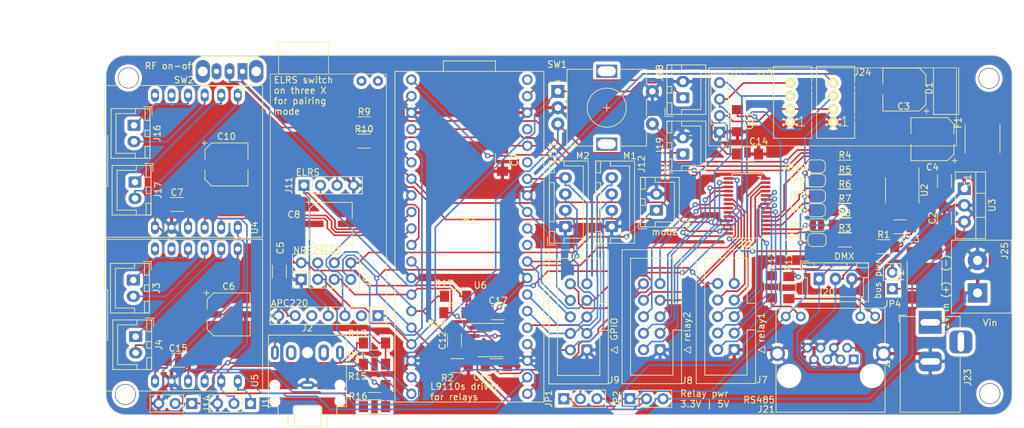
<source format=kicad_pcb>
(kicad_pcb (version 20221018) (generator pcbnew)
  (layers (0 "F.Cu" signal) (31 "B.Cu" signal) (34 "B.Paste" user) (35 "F.Paste" user) (36 "B.SilkS" user "B.Silkscreen") (37 "F.SilkS" user "F.Silkscreen") (38 "B.Mask" user) (39 "F.Mask" user) (44 "Edge.Cuts" user))
  (net 0 "")
  (net 1 "+12V")
  (net 2 "GND")
  (net 3 "+5V")
  (net 4 "+3.3V")
  (net 5 "Net-(D1-A)")
  (net 6 "/12Vin")
  (net 7 "/12Vfused")
  (net 8 "/buspower")
  (net 9 "/A1RX")
  (net 10 "/A1TX")
  (net 11 "Net-(J16-Pin_1)")
  (net 12 "Net-(J16-Pin_2)")
  (net 13 "Net-(J17-Pin_1)")
  (net 14 "Net-(J17-Pin_2)")
  (net 15 "/A2RX")
  (net 16 "/A2TX")
  (net 17 "/APCSET")
  (net 19 "/APCTX")
  (net 20 "/APCRX")
  (net 22 "/CE")
  (net 23 "/CSN")
  (net 24 "/Relay1-pwr")
  (net 25 "/MOSI")
  (net 26 "/MISO")
  (net 27 "/IO-2")
  (net 28 "/LED0")
  (net 29 "/LED1")
  (net 30 "/LED2")
  (net 31 "/LED3")
  (net 32 "/LED4")
  (net 33 "/LED5")
  (net 34 "/LED6")
  (net 35 "/LED7")
  (net 36 "Net-(J7-Pin_10)")
  (net 37 "/LED8")
  (net 38 "/LED9")
  (net 39 "/LED10")
  (net 40 "/LED11")
  (net 41 "/LED12")
  (net 42 "/LED13")
  (net 43 "/LED14")
  (net 44 "/LED15")
  (net 45 "Net-(J8-Pin_10)")
  (net 46 "/IO-0")
  (net 47 "/IO-1")
  (net 48 "/IO-3")
  (net 49 "/IO-4")
  (net 50 "/EnS")
  (net 51 "/IO-5")
  (net 52 "/IO-6")
  (net 53 "/IO-7")
  (net 54 "Net-(J9-Pin_10)")
  (net 55 "/SCL")
  (net 56 "/SDA")
  (net 57 "/A")
  (net 58 "/B")
  (net 59 "Net-(J21-Pad9)")
  (net 60 "Net-(J21-Pad11)")
  (net 62 "/RS485RX")
  (net 63 "/RS485TX")
  (net 64 "/RS485SR")
  (net 69 "Net-(JP11-A)")
  (net 70 "Net-(JP10-A)")
  (net 71 "Net-(JP9-A)")
  (net 72 "Net-(JP8-A)")
  (net 73 "Net-(JP5-A)")
  (net 74 "Net-(JP3-A)")
  (net 75 "Net-(JP2-C)")
  (net 76 "Net-(J1-Pin_1)")
  (net 77 "Net-(J1-Pin_2)")
  (net 78 "Net-(J3-Pin_1)")
  (net 79 "Net-(J3-Pin_2)")
  (net 80 "Net-(J4-Pin_1)")
  (net 81 "Net-(J4-Pin_2)")
  (net 82 "Net-(J14-Pin_1)")
  (net 83 "Net-(J14-Pin_2)")
  (net 88 "Net-(J2-PadR)")
  (net 89 "Net-(J2-PadT)")
  (net 91 "Net-(J11-Pin_3)")
  (footprint "fab:CP_Elec_D6.3mm_H6.1mm" (layer "F.Cu") (at 147.26 148.082 180)
    (fp_text reference "C4")
    (fp_text value "100uF")
  )
  (footprint "Connector_PinHeader_2.54mm:PinHeader_1x03_P2.54mm_Vertical" (layer "F.Cu") (at 33.6042 188.6966 -90)
    (fp_text reference "J14")
    (fp_text value "lineOut1")
  )
  (footprint "fab:CP_Elec_D6.3mm_H6.1mm" (layer "F.Cu") (at 38.929 151.9682)
    (fp_text reference "C10")
    (fp_text value "47uF")
  )
  (footprint "Connector_PinHeader_2.54mm:PinHeader_1x03_P2.54mm_Vertical" (layer "F.Cu") (at 42.6212 188.6966 -90)
    (fp_text reference "J1")
    (fp_text value "lineOut1")
  )
  (footprint "Arduino:OLED128x32" (layer "F.Cu") (at 112.9348 149.122)
    (fp_text reference "J10")
    (fp_text value "OLED")
  )
  (footprint "fab:MountingHole_3mm" (layer "F.Cu") (at 155.9306 138.7348)
    (fp_text reference "H4" hide)
    (fp_text value "MountingHole" hide)
  )
  (footprint "Arduino:APC220" (layer "F.Cu") (at 45.1612 176.9872)
    (fp_text reference "J5")
    (fp_text value "APC220")
  )
  (footprint "fab:C_1206" (layer "F.Cu") (at 80.342 182.88)
    (fp_text reference "C16")
    (fp_text value "100n")
  )
  (footprint "Connector_BarrelJack:BarrelJack_Horizontal" (layer "F.Cu") (at 146.9136 176.2252 90)
    (fp_text reference "J23")
    (fp_text value "PowerIn")
  )
  (footprint "fab:R_1206" (layer "F.Cu") (at 74.09 172.212 180)
    (fp_text reference "R17")
    (fp_text value "10k")
  )
  (footprint "Fuse:Fuse_2920_7451Metric" (layer "F.Cu") (at 154.94 147.9965 90)
    (fp_text reference "F1")
    (fp_text value "Polyfuse")
  )
  (footprint "Connector_JST:JST_XH_B2B-XH-A_1x02_P2.50mm_Vertical" (layer "F.Cu") (at 108.966 141.732 90)
    (fp_text reference "J18")
    (fp_text value "JST-2-switch")
  )
  (footprint "fab:R_1206" (layer "F.Cu") (at 133.8268 152.3746)
    (fp_text reference "R4")
    (fp_text value "10k")
  )
  (footprint "fab:MountingHole_3mm" (layer "F.Cu") (at 23.876 138.684)
    (fp_text reference "H2" hide)
    (fp_text value "MountingHole" hide)
  )
  (footprint "fab:C_1206" (layer "F.Cu") (at 73.914 178.992 90)
    (fp_text reference "C12")
    (fp_text value "1uF")
  )
  (footprint "fab:C_1206" (layer "F.Cu") (at 47.0408 168.4256 90)
    (fp_text reference "C5")
    (fp_text value "100n")
  )
  (footprint "Jumper:SolderJumper-2_P1.3mm_Open_RoundedPad1.0x1.5mm" (layer "F.Cu") (at 129.54 161.29 180)
    (fp_text reference "JP3")
    (fp_text value "Jumper_2_Open")
  )
  (footprint "Connector_PinHeader_2.54mm:PinHeader_1x02_P2.54mm_Vertical" (layer "F.Cu") (at 141.097 171.069 180)
    (fp_text reference "JP4")
    (fp_text value "BusPower")
  )
  (footprint "Fuse:Fuse_2920_7451Metric" (layer "F.Cu") (at 146.05 168.9955 90)
    (fp_text reference "F2")
    (fp_text value "Polyfuse")
  )
  (footprint "Arduino:fermion-mp3" (layer "F.Cu") (at 34.3154 175.1076)
    (fp_text reference "U5")
    (fp_text value "fermion-mp3")
  )
  (footprint "fab:MountingHole_3mm" (layer "F.Cu") (at 23.4188 187.2996)
    (fp_text reference "H1" hide)
    (fp_text value "MountingHole" hide)
  )
  (footprint "Connector_RJ:RJ45_Amphenol_RJHSE538X" (layer "F.Cu") (at 135.1788 181.9148 180)
    (fp_text reference "J21")
    (fp_text value "RJ45_LED_Shielded")
  )
  (footprint "fab:RaspberryPi_PicoW_SocketTHT" (layer "F.Cu") (at 76.2 163.068)
    (fp_text reference "M1")
    (fp_text value "Pico")
  )
  (footprint "Connector_JST:JST_XH_B2B-XH-A_1x02_P2.50mm_Vertical" (layer "F.Cu") (at 24.638 169.7228 -90)
    (fp_text reference "J3")
    (fp_text value "R1")
  )
  (footprint "Jumper:SolderJumper-2_P1.3mm_Open_RoundedPad1.0x1.5mm" (layer "F.Cu") (at 129.428 156.845 180)
    (fp_text reference "JP8")
    (fp_text value "Jumper_2_Open")
  )
  (footprint "Connector_JST:JST_XH_B4B-XH-A_1x04_P2.50mm_Vertical" (layer "F.Cu") (at 98.044 161.504 90)
    (fp_text reference "J12")
    (fp_text value "MotorL")
  )
  (footprint "fab:CP_Elec_D6.3mm_H6.1mm" (layer "F.Cu") (at 142.942 140.462 180)
    (fp_text reference "C3")
    (fp_text value "10uF")
  )
  (footprint "Connector_JST:JST_XH_B2B-XH-A_1x02_P2.50mm_Vertical" (layer "F.Cu") (at 104.902 159.004 90)
    (fp_text reference "J22")
    (fp_text value "JST-2-switch")
  )
  (footprint "fab:R_1206" (layer "F.Cu") (at 74.344 182.88)
    (fp_text reference "R2")
    (fp_text value "10k")
  )
  (footprint "Connector_JST:JST_XH_B2B-XH-A_1x02_P2.50mm_Vertical" (layer "F.Cu") (at 24.892 154.6752 -90)
    (fp_text reference "J17")
    (fp_text value "L1")
  )
  (footprint "Package_SO:TSSOP-28_4.4x9.7mm_P0.65mm" (layer "F.Cu") (at 118.8035 158.343 180)
    (fp_text reference "U1")
    (fp_text value "PCA9685PW")
  )
  (footprint "fab:R_1206" (layer "F.Cu") (at 133.8268 159.0548)
    (fp_text reference "R7")
    (fp_text value "10k")
  )
  (footprint "fab:C_1206" (layer "F.Cu") (at 117.348 145.2458 -90)
    (fp_text reference "C11")
    (fp_text value "100n")
  )
  (footprint "Package_SO:SO-8_3.9x4.9mm_P1.27mm" (layer "F.Cu") (at 142.621 155.921 -90)
    (fp_text reference "U2")
    (fp_text value "MAX485E")
  )
  (footprint "fab:R_1206" (layer "F.Cu") (at 61.6476 182.6592)
    (fp_text reference "R14")
    (fp_text value "R")
  )
  (footprint "fab:R_1206" (layer "F.Cu") (at 133.8268 156.845)
    (fp_text reference "R6")
    (fp_text value "10k")
  )
  (footprint "fab:R_1206" (layer "F.Cu") (at 125.222 170.893 -90)
    (fp_text reference "R11")
    (fp_text value "220R")
  )
  (footprint "Connectors:Grove_1x04" (layer "F.Cu") (at 132.0292 145.4472 180)
    (fp_text reference "J24")
    (fp_text value "grove GPIO")
  )
  (footprint "Arduino:fermion-mp3" (layer "F.Cu") (at 34.3154 151.4856)
    (fp_text reference "U4")
    (fp_text value "fermion-mp3")
  )
  (footprint "Package_SO:SO-8_3.9x4.9mm_P1.27mm" (layer "F.Cu") (at 79.467 178.943)
    (fp_text reference "U6")
    (fp_text value "~")
  )
  (footprint "fab:TerminalBlock_OnShore_1x02_P5.00mm_Horizontal" (layer "F.Cu") (at 154.178 171.704 90)
    (fp_text reference "J25")
    (fp_text value "PowerIn")
  )
  (footprint "Connector_JST:JST_XH_B3B-XH-A_1x03_P2.50mm_Vertical" (layer "F.Cu") (at 129.874 169.545)
    (fp_text reference "J20")
    (fp_text value "DMX")
  )
  (footprint "Connector_JST:JST_XH_B2B-XH-A_1x02_P2.50mm_Vertical" (layer "F.Cu") (at 24.9936 178.4096 -90)
    (fp_text reference "J4")
    (fp_text value "L1")
  )
  (footprint "fab:CP_Elec_D6.3mm_H6.1mm" (layer "F.Cu") (at 39.2684 175.006)
    (fp_text reference "C6")
    (fp_text value "47uF")
  )
  (footprint "Connector_JST:JST_XH_B2B-XH-A_1x02_P2.50mm_Vertical" (layer "F.Cu") (at 24.7396 145.9484 -90)
    (fp_text reference "J16")
    (fp_text value "R1")
  )
  (footprint "fab:R_1206" (layer "F.Cu") (at 60.0474 148.3868)
    (fp_text reference "R10")
    (fp_text value "4k7")
  )
  (footprint "Connector_PinHeader_2.54mm:PinHeader_2x04_P2.54mm_Vertical" (layer "F.Cu") (at 50.3936 169.6212 90)
    (fp_text reference "J6")
    (fp_text value "NRF24L01")
  )
  (footprint "fab:R_1206" (layer "F.Cu") (at 61.6476 189.1792)
    (fp_text reference "R16")
    (fp_text value "R")
  )
  (footprint "Connector_PinHeader_2.54mm:PinHeader_1x04_P2.54mm_Vertical" (layer "F.Cu") (at 50.8254 155.1686 90)
    (fp_text reference "J11")
    (fp_text value "CSRF")
  )
  (footprint "fab:R_1206" (layer "F.Cu") (at 139.778 164.592)
    (fp_text reference "R1")
    (fp_text value "120R")
  )
  (footprint "Jumper:SolderJumper-2_P1.3mm_Open_RoundedPad1.0x1.5mm" (layer "F.Cu") (at 129.428 159.004 180)
    (fp_text reference "JP5")
    (fp_text value "Jumper_2_Open")
  )
  (footprint "Connector_PinHeader_2.54mm:PinHeader_1x03_P2.54mm_Vertical" (layer "F.Cu") (at 90.693 187.96 90)
    (fp_text reference "JP1")
    (fp_text value "power")
  )
  (footprint "Jumper:SolderJumper-2_P1.3mm_Open_RoundedPad1.0x1.5mm" (layer "F.Cu") (at 129.428 154.432 180)
    (fp_text reference "JP9")
    (fp_text value "Jumper_2_Open")
  )
  (footprint "Jumper:SolderJumper-2_P1.3mm_Open_RoundedPad1.0x1.5mm" (layer "F.Cu") (at 129.54 163.576 180)
    (fp_text reference "JP11")
    (fp_text value "Jumper_2_Open")
  )
  (footprint "fab:C_1206" (layer "F.Cu") (at 149.098 154.51 -90)
    (fp_text reference "C1")
    (fp_text value "100n")
  )
  (footprint "Connector_JST:JST_XH_B4B-XH-A_1x04_P2.50mm_Vertical" (layer "F.Cu") (at 90.932 161.504 90)
    (fp_text reference "J13")
    (fp_text value "MotorR")
  )
  (footprint "Connectors:Grove_1x04" (layer "F.Cu") (at 125.4252 145.4472 180)
    (fp_text reference "J15")
    (fp_text value "grove I2C")
  )
  (footprint "Rotary_Encoder:RotaryEncoder_Alps_EC11E-Switch_Vertical_H20mm" (layer "F.Cu") (at 89.782 140.744)
    (fp_text reference "SW1")
    (fp_text value "RotaryEncoder_Switch")
  )
  (footprint "fab:C_1206" (layer "F.Cu") (at 31.3454 158.115)
    (fp_text reference "C7")
    (fp_text value "100n")
  )
  (footprint "fab:C_1206" (layer "F.Cu") (at 149.098 160.196 90)
    (fp_text reference "C2")
    (fp_text value "100n")
  )
  (footprint "fab:CP_Elec_D6.3mm_H6.1mm" (layer "F.Cu") (at 54.931 161.0868)
    (fp_text reference "C8")
    (fp_text value "47uF")
  )
  (footprint "Connector_Audio:Jack_3.5mm_CUI_SJ1-3525N_Horizontal" (layer "F.Cu") (at 51.3588 185.8772)
    (fp_text reference "J2")
    (fp_text value "Audio1")
    (fp_line (start -2.2 3.5) (end -2.2 4.5) (stroke (width 0.12)) (layer "Edge.Cuts"))
    (fp_line (start -2.2 4.5) (end -6.5 4.5) (stroke (width 0.12)) (layer "Edge.Cuts"))
    (fp_line (start 1.8 3.1) (end -1.8 3.1) (stroke (width 0.12)) (layer "Edge.Cuts"))
    (fp_line (start 2.2 3.5) (end 2.2 4.5) (stroke (width 0.12)) (layer "Edge.Cuts"))
    (fp_line (start 2.2 4.5) (end 6.5 4.5) (stroke (width 0.12)) (layer "Edge.Cuts"))
    (fp_arc (start -2.2 3.5) (mid -2.082842 3.217158) (end -1.8 3.1) (stroke (width 0.12)) (layer "Edge.Cuts"))
    (fp_arc (start 1.8 3.1) (mid 2.082843 3.217157) (end 2.2 3.5) (stroke (width 0.12)) (layer "Edge.Cuts"))
  )
  (footprint "fab:R_1206" (layer "F.Cu") (at 122.555 170.766 -90)
    (fp_text reference "R12")
    (fp_text value "220R")
  )
  (footprint "fab:R_1206" (layer "F.Cu") (at 60.0728 145.7198)
    (fp_text reference "R9")
    (fp_text value "4k7")
  )
  (footprint "fab:C_1206" (layer "F.Cu") (at 80.596 174.752)
    (fp_text reference "C17")
    (fp_text value "100n")
  )
  (footprint "fab:C_1206" (layer "F.Cu") (at 31.5214 182.0451)
    (fp_text reference "C15")
    (fp_text value "100n")
  )
  (footprint "fab:C_1206" (layer "F.Cu") (at 118.872 150.368)
    (fp_text reference "C14")
    (fp_text value "100n")
  )
  (footprint "Connector_JST:JST_XH_B2B-XH-A_1x02_P2.50mm_Vertical" (layer "F.Cu") (at 108.966 150.368 90)
    (fp_text reference "J19")
    (fp_text value "JST-2-switch")
  )
  (footprint "fab:R_1206" (layer "F.Cu") (at 133.776 161.29)
    (fp_text reference "R8")
    (fp_text value "10k")
  )
  (footprint "fab:R_1206" (layer "F.Cu") (at 133.824 163.576)
    (fp_text reference "R3")
    (fp_text value "10k")
  )
  (footprint "fab:R_1206" (layer "F.Cu") (at 61.6476 179.3992)
    (fp_text reference "R13")
    (fp_text value "R")
  )
  (footprint "fab:C_1206" (layer "F.Cu") (at 142.318 161.544 180)
    (fp_text reference "C13")
    (fp_text value "100n")
  )
  (footprint "Connector_IDC:IDC-Header_2x05_P2.54mm_Vertical" (layer "F.Cu") (at 105.4608 180.4416 180)
    (fp_text reference "J8")
    (fp_text value "relay2")
  )
  (footprint "Connector_IDC:IDC-Header_2x05_P2.54mm_Vertical" (layer "F.Cu") (at 116.84 180.4162 180)
    (fp_text reference "J7")
    (fp_text value "relay1")
  )
  (footprint "Button_Switch_THT:SW_Slide_1P2T_CK_OS102011MS2Q" (layer "F.Cu") (at 41.402 137.668 180)
    (fp_text reference "SW2")
    (fp_text value "RF on-off")
  )
  (footprint "fab:C_1206" (layer "F.Cu") (at 81.28 151.306 -90)
    (fp_text reference "C9")
    (fp_text value "100n")
  )
  (footprint "Diode_SMD:D_2512_6332Metric_Pad1.52x3.35mm_HandSolder" (layer "F.Cu") (at 149.352 140.2685 90)
    (fp_text reference "D1")
    (fp_text value "D")
  )
  (footprint "Connector_PinHeader_2.54mm:PinHeader_1x03_P2.54mm_Vertical" (layer "F.Cu") (at 100.838 187.96 90)
    (fp_text reference "JP2")
    (fp_text value "power")
  )
  (footprint "fab:R_1206" (layer "F.Cu") (at 73.992 174.752 180)
    (fp_text reference "R18")
    (fp_text value "10k")
  )
  (footprint "Connector_IDC:IDC-Header_2x05_P2.54mm_Vertical" (layer "F.Cu") (at 94.234 180.467 180)
    (fp_text reference "J9")
    (fp_text value "general")
  )
  (footprint "fab:MountingHole_3mm" (layer "F.Cu") (at 156.0576 187.1726)
    (fp_text reference "H3" hide)
    (fp_text value "MountingHole" hide)
  )
  (footprint "Package_TO_SOT_THT:TO-220-3_Vertical" (layer "F.Cu") (at 152.146 155.702 -90)
    (fp_text reference "U3")
    (fp_text value "LM7805_TO220")
  )
  (footprint "fab:R_1206" (layer "F.Cu") (at 61.6476 185.9192)
    (fp_text reference "R15")
    (fp_text value "R")
  )
  (footprint "fab:R_1206" (layer "F.Cu") (at 133.8522 154.6352)
    (fp_text reference "R5")
    (fp_text value "10k")
  )
  (footprint "Jumper:SolderJumper-2_P1.3mm_Open_RoundedPad1.0x1.5mm" (layer "F.Cu") (at 129.413 152.273 180)
    (fp_text reference "JP10")
    (fp_text value "Jumper_2_Open")
  )
  (gr_arc (start 23.4724 190.3984) (mid 21.35108 189.51972) (end 20.4724 187.3984) (stroke (width 0.1)) (layer "Edge.Cuts"))
  (gr_line (start 156.4612 190.3984) (end 57.8588 190.3772) (stroke (width 0.1)) (layer "Edge.Cuts"))
  (gr_arc (start 159.4612 187.3984) (mid 158.58252 189.51972) (end 156.4612 190.3984) (stroke (width 0.1)) (layer "Edge.Cuts"))
  (gr_arc (start 156.4612 135.2296) (mid 158.58252 136.10828) (end 159.4612 138.2296) (stroke (width 0.1)) (layer "Edge.Cuts"))
  (gr_line (start 23.4724 135.2296) (end 156.4612 135.2296) (stroke (width 0.1)) (layer "Edge.Cuts"))
  (gr_line (start 44.8588 190.3772) (end 23.4724 190.3984) (stroke (width 0.1)) (layer "Edge.Cuts"))
  (gr_line (start 159.4612 138.2296) (end 159.4612 187.3984) (stroke (width 0.1)) (layer "Edge.Cuts"))
  (gr_line (start 20.4724 187.3984) (end 20.4724 138.2296) (stroke (width 0.1)) (layer "Edge.Cuts"))
  (gr_arc (start 20.4724 138.2296) (mid 21.35108 136.10828) (end 23.4724 135.2296) (stroke (width 0.1)) (layer "Edge.Cuts"))
  (gr_text "ELRS" (at 49.4792 153.7716) (layer "F.SilkS") (effects (font (size 1 1)) (justify left bottom)))
  (gr_text "relay1\n" (at 121.5644 179.4256 90) (layer "F.SilkS") (effects (font (size 1 1)) (justify left bottom)))
  (gr_text "M1\n" (at 99.6696 151.2316) (layer "F.SilkS") (effects (font (size 1 1)) (justify left bottom)))
  (gr_text "Relay pwr\n3.3V | 5V" (at 108.458 189.357) (layer "F.SilkS") (effects (font (size 1 1)) (justify left bottom)))
  (gr_text "ELRS switch\non three X\nfor pairing\nmode" (at 46.101 144.399) (layer "F.SilkS") (effects (font (size 1 1)) (justify left bottom)))
  (gr_text "RS485" (at 118.1608 188.722) (layer "F.SilkS") (effects (font (size 1 1)) (justify left bottom)))
  (gr_text "RF on-off" (at 26.289 137.414) (layer "F.SilkS") (effects (font (size 1 1)) (justify left bottom)))
  (gr_text "bus pwr\n" (at 139.446 172.72 90) (layer "F.SilkS") (effects (font (size 1 1)) (justify left bottom)))
  (gr_text "mode" (at 104.0892 162.9156) (layer "F.SilkS") (effects (font (size 1 1)) (justify left bottom)))
  (gr_text "Vin\n" (at 154.8892 176.8856) (layer "F.SilkS") (effects (font (size 1 1)) (justify left bottom)))
  (gr_text "L9110s driver\nfor relays\n" (at 70.104 188.2648) (layer "F.SilkS") (effects (font (size 1 1)) (justify left bottom)))
  (gr_text "M2" (at 92.456 151.2316) (layer "F.SilkS") (effects (font (size 1 1)) (justify left bottom)))
  (gr_text "GPIO\n" (at 99.0092 179.1208 90) (layer "F.SilkS") (effects (font (size 1 1)) (justify left bottom)))
  (gr_text "12V in (+)  (-)" (at 149.86 178.2572 90) (layer "F.SilkS") (effects (font (size 1 1)) (justify left bottom)))
  (gr_text "NRF24L01" (at 49.0636 165.7512) (layer "F.SilkS") (effects (font (size 1 1)) (justify left bottom)))
  (gr_text "DMX\n" (at 132.084 166.668) (layer "F.SilkS") (effects (font (size 1 1)) (justify left bottom)))
  (gr_text "relay2" (at 110.1852 179.324 90) (layer "F.SilkS") (effects (font (size 1 1)) (justify left bottom)))
  (gr_text "APC220\n" (at 45.6412 173.8572) (layer "F.SilkS") (effects (font (size 1 1)) (justify left bottom)))
  (segment (start 147.4939 142.873) (end 147.8769 143.256) (width 0.5) (layer "F.Cu") (net 1))
  (segment (start 152.146 155.702) (end 152.146 154.2976) (width 0.5) (layer "F.Cu") (net 1))
  (segment (start 147.4939 140.462) (end 147.4939 142.873) (width 0.5) (layer "F.Cu") (net 1))
  (segment (start 149.352 143.256) (end 147.8769 143.256) (width 0.5) (layer "F.Cu") (net 1))
  (segment (start 149.098 152.81) (end 149.098 151.6581) (width 0.5) (layer "F.Cu") (net 1))
  (segment (start 147.8769 150.437) (end 149.098 151.6581) (width 0.5) (layer "F.Cu") (net 1))
  (segment (start 151.8103 153.9619) (end 152.146 154.2976) (width 0.5) (layer "F.Cu") (net 1))
  (segment (start 149.098 152.81) (end 149.098 153.9619) (width 0.5) (layer "F.Cu") (net 1))
  (segment (start 145.542 140.462) (end 147.4939 140.462) (width 0.5) (layer "F.Cu") (net 1))
  (segment (start 149.098 153.9619) (end 151.8103 153.9619) (width 0.5) (layer "F.Cu") (net 1))
  (segment (start 147.8769 143.256) (end 147.8769 150.437) (width 0.5) (layer "F.Cu") (net 1))
  (segment (start 141.097 168.529) (end 141.097 166.751) (width 0.5) (layer "B.Cu") (net 1))
  (segment (start 141.097 166.751) (end 152.146 155.702) (width 0.5) (layer "B.Cu") (net 1))
  (segment (start 111.4433 159.9549) (end 114.1429 159.9549) (width 0.5) (layer "F.Cu") (net 2))
  (segment (start 81.28 153.006) (end 82.5819 153.006) (width 0.5) (layer "F.Cu") (net 2))
  (segment (start 149.098 158.496) (end 150.3999 158.496) (width 0.5) (layer "F.Cu") (net 2))
  (segment (start 83.4092 180.3502) (end 83.3657 180.3937) (width 0.5) (layer "F.Cu") (net 2))
  (segment (start 76.493 176.1401) (end 73.914 176.1401) (width 0.5) (layer "F.Cu") (net 2))
  (segment (start 34.1973 157.348) (end 34.1973 158.115) (width 0.5) (layer "F.Cu") (net 2))
  (segment (start 58.4454 155.1686) (end 58.4454 156.4705) (width 0.5) (layer "F.Cu") (net 2))
  (segment (start 30.5054 161.6456) (end 30.5054 160.1937) (width 0.5) (layer "F.Cu") (net 2))
  (segment (start 135.5522 153.3333) (end 135.5268 153.3079) (width 0.5) (layer "F.Cu") (net 2))
  (segment (start 118.9607 147.2566) (end 118.6499 146.9458) (width 0.5) (layer "F.Cu") (net 2))
  (segment (start 47.348 167.8775) (end 47.0408 167.8775) (width 0.5) (layer "F.Cu") (net 2))
  (segment (start 104.282 140.744) (end 101.782 143.244) (width 0.5) (layer "F.Cu") (net 2))
  (segment (start 135.5988 156.845) (end 135.6708 156.845) (width 0.5) (layer "F.Cu") (net 2))
  (segment (start 120.572 147.2566) (end 120.572 149.0661) (width 0.5) (layer "F.Cu") (net 2))
  (segment (start 120.572 150.368) (end 120.572 149.0661) (width 0.5) (layer "F.Cu") (net 2))
  (segment (start 30.5054 160.1937) (end 31.8935 158.8056) (width 0.5) (layer "F.Cu") (net 2))
  (segment (start 109.1104 158.5227) (end 110.6398 160.0521) (width 0.5) (layer "F.Cu") (net 2))
  (segment (start 142.487 156.21) (end 140.716 157.981) (width 0.5) (layer "F.Cu") (net 2))
  (segment (start 122.8802 180.4162) (end 123.4888 181.0248) (width 0.5) (layer "F.Cu") (net 2))
  (segment (start 122.3814 145.4472) (end 120.572 147.2566) (width 0.5) (layer "F.Cu") (net 2))
  (segment (start 114.1429 159.9549) (end 114.8068 160.6188) (width 0.5) (layer "F.Cu") (net 2))
  (segment (start 32.6455 182.0451) (end 32.0695 182.0451) (width 0.5) (layer "F.Cu") (net 2))
  (segment (start 83.3657 180.3937) (end 82.4963 180.3937) (width 0.5) (layer "F.Cu") (net 2))
  (segment (start 46.9392 175.2092) (end 44.0235 175.2092) (width 0.5) (layer "F.Cu") (net 2))
  (segment (start 114.6048 147.022) (end 115.9699 147.022) (width 0.5) (layer "F.Cu") (net 2))
  (segment (start 50.3936 169.6212) (end 49.0917 169.6212) (width 0.5) (layer "F.Cu") (net 2))
  (segment (start 135.5268 156.989) (end 135.5268 159.0548) (width 0.5) (layer "F.Cu") (net 2))
  (segment (start 145.7132 181.0248) (end 146.9136 182.2252) (width 0.5) (layer "F.Cu") (net 2))
  (segment (start 144.66 148.082) (end 146.6119 148.082) (width 0.5) (layer "F.Cu") (net 2))
  (segment (start 120.572 147.2566) (end 118.9607 147.2566) (width 0.5) (layer "F.Cu") (net 2))
  (segment (start 49.0917 169.6212) (end 47.348 167.8775) (width 0.5) (layer "F.Cu") (net 2))
  (segment (start 82.042 180.848) (end 82.042 182.88) (width 0.5) (layer "F.Cu") (net 2))
  (segment (start 78.0225 172.8064) (end 77.263 173.5659) (width 0.5) (layer "F.Cu") (net 2))
  (segment (start 140.0733 145.4472) (end 142.7081 148.082) (width 0.5) (layer "F.Cu") (net 2))
  (segment (start 104.902 156.504) (end 106.3539 156.504) (width 0.5) (layer "F.Cu") (net 2))
  (segment (start 82.296 174.752) (end 82.296 173.4501) (width 0.5) (layer "F.Cu") (net 2))
  (segment (start 82.296 176.784) (end 83.4092 177.8972) (width 0.5) (layer "F.Cu") (net 2))
  (segment (start 57.531 161.0868) (end 59.4829 161.0868) (width 0.5) (layer "F.Cu") (net 2))
  (segment (start 44.0235 175.2092) (end 43.8203 175.006) (width 0.5) (layer "F.Cu") (net 2))
  (segment (start 32.0695 182.0451) (end 32.0695 182.2516) (width 0.5) (layer "F.Cu") (net 2))
  (segment (start 82.5819 154.2099) (end 82.5819 153.006) (width 0.5) (layer "F.Cu") (net 2))
  (segment (start 76.044 182.88) (end 74.8921 182.88) (width 0.5) (layer "F.Cu") (net 2))
  (segment (start 121.4764 153.9284) (end 121.0125 153.4645) (width 0.5) (layer "F.Cu") (net 2))
  (segment (start 135.476 162.5919) (end 135.524 162.6399) (width 0.5) (layer "F.Cu") (net 2))
  (segment (start 32.4695 158.115) (end 31.8935 158.115) (width 0.5) (layer "F.Cu") (net 2))
  (segment (start 67.31 169.418) (end 75.2171 169.418) (width 0.5) (layer "F.Cu") (net 2))
  (segment (start 111.3461 160.0521) (end 111.4433 159.9549) (width 0.5) (layer "F.Cu") (net 2))
  (segment (start 73.5902 184.1819) (end 74.8921 182.88) (width 0.5) (layer "F.Cu") (net 2))
  (segment (start 148.4471 156.21) (end 147.7961 156.21) (width 0.5) (layer "F.Cu") (net 2))
  (segment (start 82.042 177.038) (end 82.296 176.784) (width 0.5) (layer "F.Cu") (net 2))
  (segment (start 32.6455 182.0451) (end 39.6846 175.006) (width 0.5) (layer "F.Cu") (net 2))
  (segment (start 140.342 140.462) (end 138.3901 140.462) (width 0.5) (layer "F.Cu") (net 2))
  (segment (start 140.618 158.594) (end 140.618 159.0548) (width 0.5) (layer "F.Cu") (net 2))
  (segment (start 135.5522 154.6352) (end 135.5522 153.3333) (width 0.5) (layer "F.Cu") (net 2))
  (segment (start 89.782 143.244) (end 85.864 143.244) (width 0.5) (layer "F.Cu") (net 2))
  (segment (start 78.0225 172.8064) (end 81.6523 172.8064) (width 0.5) (layer "F.Cu") (net 2))
  (segment (start 33.2214 182.0451) (end 32.6455 182.0451) (width 0.5) (layer "F.Cu") (net 2))
  (segment (start 51.3588 185.8772) (end 52.9107 185.8772) (width 0.5) (layer "F.Cu") (net 2))
  (segment (start 128.0668 180.1348) (end 124.3788 180.1348) (width 0.5) (layer "F.Cu") (net 2))
  (segment (start 150.6539 158.242) (end 150.3999 158.496) (width 0.5) (layer "F.Cu") (net 2))
  (segment (start 146.6119 156.21) (end 142.487 156.21) (width 0.5) (layer "F.Cu") (net 2))
  (segment (start 140.618 159.0548) (end 136.6787 159.0548) (width 0.5) (layer "F.Cu") (net 2))
  (segment (start 41.529 151.9682) (end 55.245 151.9682) (width 0.5) (layer "F.Cu") (net 2))
  (segment (start 109.1104 158.3361) (end 109.1104 158.5227) (width 0.5) (layer "F.Cu") (net 2))
  (segment (start 77.263 173.5659) (end 77.263 175.3701) (width 0.5) (layer "F.Cu") (net 2))
  (segment (start 69.3739 184.1819) (end 73.5902 184.1819) (width 0.5) (layer "F.Cu") (net 2))
  (segment (start 121.0125 153.4645) (end 113.982 153.4645) (width 0.5) (layer "F.Cu") (net 2))
  (segment (start 135.5268 156.845) (end 135.5988 156.845) (width 0.5) (layer "F.Cu") (net 2))
  (segment (start 32.0695 182.2516) (end 30.5054 183.8157) (width 0.5) (layer "F.Cu") (net 2))
  (segment (start 90.932 161.504) (end 98.044 161.504) (width 0.5) (layer "F.Cu") (net 2))
  (segment (start 135.5268 160.3567) (end 135.476 160.4075) (width 0.5) (layer "F.Cu") (net 2))
  (segment (start 73.914 177.292) (end 73.914 176.1401) (width 0.5) (layer "F.Cu") (net 2))
  (segment (start 114.8068 160.6188) (end 115.9402 160.6188) (width 0.4006) (layer "F.Cu") (net 2))
  (segment (start 125.4252 145.4472) (end 122.3814 145.4472) (width 0.5) (layer "F.Cu") (net 2))
  (segment (start 132.0292 145.4472) (end 125.4252 145.4472) (width 0.5) (layer "F.Cu") (net 2))
  (segment (start 101.782 143.244) (end 89.782 143.244) (width 0.5) (layer "F.Cu") (net 2))
  (segment (start 124.3788 180.1348) (end 123.4888 181.0248) (width 0.5) (layer "F.Cu") (net 2))
  (segment (start 82.4963 180.3937) (end 82.042 180.848) (width 0.5) (layer "F.Cu") (net 2))
  (segment (start 81.6523 172.8064) (end 81.677 172.831) (width 0.5) (layer "F.Cu") (net 2))
  (segment (start 140.618 161.544) (end 140.618 160.2421) (width 0.5) (layer "F.Cu") (net 2))
  (segment (start 146.6119 156.21) (end 147.7961 156.21) (width 0.5) (layer "F.Cu") (net 2))
  (segment (start 140.618 159.0548) (end 140.618 160.2421) (width 0.5) (layer "F.Cu") (net 2))
  (segment (start 138.3901 145.4472) (end 138.3901 140.462) (width 0.5) (layer "F.Cu") (net 2))
  (segment (start 135.476 161.29) (end 135.476 162.5919) (width 0.5) (layer "F.Cu") (net 2))
  (segment (start 82.296 176.784) (end 82.296 174.752) (width 0.5) (layer "F.Cu") (net 2))
  (segment (start 31.8935 158.8056) (end 31.8935 158.115) (width 0.5) (layer "F.Cu") (net 2))
  (segment (start 115.9402 160.6188) (end 115.941 160.618) (width 0.4006) (layer "F.Cu") (net 2))
  (segment (start 135.5268 153.3079) (end 135.5268 152.3746) (width 0.5) (layer "F.Cu") (net 2))
  (segment (start 115.9699 147.022) (end 116.0461 146.9458) (width 0.5) (layer "F.Cu") (net 2))
  (segment (start 108.186 158.3361) (end 109.1104 158.3361) (width 0.5) (layer "F.Cu") (net 2))
  (segment (start 41.529 151.9682) (end 39.5771 151.9682) (width 0.5) (layer "F.Cu") (net 2))
  (segment (start 135.524 162.6399) (end 135.524 163.576) (width 0.5) (layer "F.Cu") (net 2))
  (segment (start 117.348 146.9458) (end 118.6499 146.9458) (width 0.5) (layer "F.Cu") (net 2))
  (segment (start 132.0292 145.4472) (end 138.3901 145.4472) (width 0.5) (layer "F.Cu") (net 2))
  (segment (start 78.0225 172.2234) (end 78.0225 172.8064) (width 0.5) (layer "F.Cu") (net 2))
  (segment (start 113.982 153.4645) (end 109.1104 158.3361) (width 0.5) (layer "F.Cu") (net 2))
  (segment (start 106.3539 156.504) (end 108.186 158.3361) (width 0.5) (layer "F.Cu") (net 2))
  (segment (start 117.348 146.9458) (end 116.0461 146.9458) (width 0.5) (layer "F.Cu") (net 2))
  (segment (start 129.0828 180.1348) (end 128.0668 180.1348) (width 0.5) (layer "F.Cu") (net 2))
  (segment (start 135.5268 159.0548) (end 136.6787 159.0548) (width 0.5) (layer "F.Cu") (net 2))
  (segment (start 85.09 169.418) (end 81.677 172.831) (width 0.5) (layer "F.Cu") (net 2))
  (segment (start 67.31 182.118) (end 65.4418 183.9862) (width 0.5) (layer "F.Cu") (net 2))
  (segment (start 148.4471 156.6932) (end 149.098 157.3441) (width 0.5) (layer "F.Cu") (net 2))
  (segment (start 135.476 160.4075) (end 135.476 161.29) (width 0.5) (layer "F.Cu") (net 2))
  (segment (start 135.5268 159.0548) (end 135.5268 160.3567) (width 0.5) (layer "F.Cu") (net 2))
  (segment (start 152.146 158.242) (end 150.6539 158.242) (width 0.5) (layer "F.Cu") (net 2))
  (segment (start 85.09 156.718) (end 82.5819 154.2099) (width 0.5) (layer "F.Cu") (net 2))
  (segment (start 129.0828 180.1348) (end 129.0828 181.9148) (width 0.5) (layer "F.Cu") (net 2))
  (segment (start 146.6119 148.082) (end 146.6119 156.21) (width 0.5) (layer "F.Cu") (net 2))
  (segment (start 85.864 143.244) (end 85.09 144.018) (width 0.5) (layer "F.Cu") (net 2))
  (segment (start 135.5522 156.7984) (end 135.5522 154.6352) (width 0.5) (layer "F.Cu") (net 2))
  (segment (start 116.84 180.4162) (end 122.8802 180.4162) (width 0.5) (layer "F.Cu") (net 2))
  (segment (start 81.677 172.831) (end 82.296 173.4501) (width 0.5) (layer "F.Cu") (net 2))
  (segment (start 39.6846 175.006) (end 41.8684 175.006) (width 0.5) (layer "F.Cu") (net 2))
  (segment (start 77.263 175.3701) (end 76.493 176.1401) (width 0.5) (layer "F.Cu") (net 2))
  (segment (start 33.0454 158.115) (end 34.1973 158.115) (width 0.5) (layer "F.Cu") (net 2))
  (segment (start 140.716 158.496) (end 140.618 158.594) (width 0.5) (layer "F.Cu") (net 2))
  (segment (start 67.31 144.018) (end 85.09 144.018) (width 0.5) (layer "F.Cu") (net 2))
  (segment (start 121.4764 153.9284) (end 121.666 154.118) (width 0.4006) (layer "F.Cu") (net 2))
  (segment (start 39.5771 151.9682) (end 34.1973 157.348) (width 0.5) (layer "F.Cu") (net 2))
  (segment (start 135.5988 156.845) (end 135.5522 156.7984) (width 0.5) (layer "F.Cu") (net 2))
  (segment (start 144.66 148.082) (end 142.7081 148.082) (width 0.5) (layer "F.Cu") (net 2))
  (segment (start 148.4471 156.21) (end 148.4471 156.6932) (width 0.5) (layer "F.Cu") (net 2))
  (segment (start 110.6398 160.0521) (end 111.3461 160.0521) (width 0.5) (layer "F.Cu") (net 2))
  (segment (start 59.4829 157.508) (end 58.4454 156.4705) (width 0.5) (layer "F.Cu") (net 2))
  (segment (start 75.2171 169.418) (end 78.0225 172.2234) (width 0.5) (layer "F.Cu") (net 2))
  (segment (start 32.4695 158.115) (end 33.0454 158.115) (width 0.5) (layer "F.Cu") (net 2))
  (segment (start 139.7488 181.0248) (end 145.7132 181.0248) (width 0.5) (layer "F.Cu") (net 2))
  (segment (start 85.09 182.118) (end 83.3657 180.3937) (width 0.5) (layer "F.Cu") (net 2))
  (segment (start 83.4092 177.8972) (end 83.4092 180.3502) (width 0.5) (layer "F.Cu") (net 2))
  (segment (start 30.5054 185.2676) (end 30.5054 183.8157) (width 0.5) (layer "F.Cu") (net 2))
  (segment (start 149.098 158.496) (end 149.098 157.3441) (width 0.5) (layer "F.Cu") (net 2))
  (segment (start 54.8017 183.9862) (end 52.9107 185.8772) (width 0.5) (layer "F.Cu") (net 2))
  (segment (start 140.716 157.981) (end 140.716 158.496) (width 0.5) (layer "F.Cu") (net 2))
  (segment (start 149.098 156.21) (end 148.4471 156.21) (width 0.5) (layer "F.Cu") (net 2))
  (segment (start 41.8684 175.006) (end 43.8203 175.006) (width 0.5) (layer "F.Cu") (net 2))
  (segment (start 138.3901 145.4472) (end 140.0733 145.4472) (width 0.5) (layer "F.Cu") (net 2))
  (segment (start 65.4418 183.9862) (end 54.8017 183.9862) (width 0.5) (layer "F.Cu") (net 2))
  (segment (start 59.4829 161.0868) (end 59.4829 157.508) (width 0.5) (layer "F.Cu") (net 2))
  (segment (start 130.0988 180.1348) (end 129.0828 180.1348) (width 0.5) (layer "F.Cu") (net 2))
  (segment (start 67.31 182.118) (end 69.3739 184.1819) (width 0.5) (layer "F.Cu") (net 2))
  (segment (start 55.245 151.9682) (end 58.4454 155.1686) (width 0.5) (layer "F.Cu") (net 2))
  (segment (start 135.6708 156.845) (end 135.5268 156.989) (width 0.5) (layer "F.Cu") (net 2))
  (segment (start 47.0408 166.7256) (end 47.0408 167.8775) (width 0.5) (layer "F.Cu") (net 2))
  (segment (start 154.178 160.274) (end 154.178 166.704) (width 0.5) (layer "B.Cu") (net 2))
  (segment (start 102.8054 145.0979) (end 102.8054 156.2654) (width 0.5) (layer "B.Cu") (net 2))
  (segment (start 66.0204 155.4284) (end 66.0204 155.1686) (width 0.5) (layer "B.Cu") (net 2))
  (segment (start 95.5252 181.7582) (end 104.1442 181.7582) (width 0.5) (layer "B.Cu") (net 2))
  (segment (start 36.2393 188.6966) (end 34.2622 186.7195) (width 0.5) (layer "B.Cu") (net 2))
  (segment (start 66.0204 145.3076) (end 67.31 144.018) (width 0.5) (layer "B.Cu") (net 2))
  (segment (start 30.5054 185.2676) (end 30.5054 186.7195) (width 0.5) (layer "B.Cu") (net 2))
  (segment (start 50.3936 169.6212) (end 50.3936 170.9231) (width 0.5) (layer "B.Cu") (net 2))
  (segment (start 104.282 144.2674) (end 103.6359 144.2674) (width 0.5) (layer "B.Cu") (net 2))
  (segment (start 134.4788 175.7548) (end 130.0988 180.1348) (width 0.5) (layer "B.Cu") (net 2))
  (segment (start 116.84 180.4162) (end 115.5142 181.742) (width 0.5) (layer "B.Cu") (net 2))
  (segment (start 46.9392 175.2092) (end 46.9392 176.5111) (width 0.5) (layer "B.Cu") (net 2))
  (segment (start 104.1442 181.7582) (end 105.4608 180.4416) (width 0.5) (layer "B.Cu") (net 2))
  (segment (start 98.044 161.504) (end 103.044 156.504) (width 0.5) (layer "B.Cu") (net 2))
  (segment (start 108.966 147.217) (end 113.1079 147.217) (width 0.5) (layer "B.Cu") (net 2))
  (segment (start 46.9392 175.2092) (end 46.9392 173.9073) (width 0.5) (layer "B.Cu") (net 2))
  (segment (start 103.044 156.504) (end 104.902 156.504) (width 0.5) (layer "B.Cu") (net 2))
  (segment (start 30.5013 186.7195) (end 28.5242 188.6966) (width 0.5) (layer "B.Cu") (net 2))
  (segment (start 115.5142 181.742) (end 106.7612 181.742) (width 0.5) (layer "B.Cu") (net 2))
  (segment (start 105.794 139.232) (end 108.966 139.232) (width 0.5) (layer "B.Cu") (net 2))
  (segment (start 47.4094 173.9073) (end 46.9392 173.9073) (width 0.5) (layer "B.Cu") (net 2))
  (segment (start 94.234 180.467) (end 95.5252 181.7582) (width 0.5) (layer "B.Cu") (net 2))
  (segment (start 106.0164 144.2674) (end 104.282 144.2674) (width 0.5) (layer "B.Cu") (net 2))
  (segment (start 134.4788 175.7548) (end 139.7488 181.0248) (width 0.5) (layer "B.Cu") (net 2))
  (segment (start 67.31 156.718) (end 66.0204 155.4284) (width 0.5) (layer "B.Cu") (net 2))
  (segment (start 85.09 156.718) (end 89.876 161.504) (width 0.5) (layer "B.Cu") (net 2))
  (segment (start 34.2622 186.7195) (end 30.5054 186.7195) (width 0.5) (layer "B.Cu") (net 2))
  (segment (start 67.31 182.118) (end 85.09 182.118) (width 0.5) (layer "B.Cu") (net 2))
  (segment (start 108.966 147.217) (end 106.0164 144.2674) (width 0.5) (layer "B.Cu") (net 2))
  (segment (start 47.4112 183.4815) (end 47.4112 176.9831) (width 0.5) (layer "B.Cu") (net 2))
  (segment (start 58.4454 155.1686) (end 59.7473 155.1686) (width 0.5) (layer "B.Cu") (net 2))
  (segment (start 104.282 140.744) (end 105.794 139.232) (width 0.5) (layer "B.Cu") (net 2))
  (segment (start 108.966 147.868) (end 108.966 147.217) (width 0.5) (layer "B.Cu") (net 2))
  (segment (start 92.583 182.118) (end 94.234 180.467) (width 0.5) (layer "B.Cu") (net 2))
  (segment (start 134.874 169.545) (end 134.874 170.9719) (width 0.5) (layer "B.Cu") (net 2))
  (segment (start 67.31 169.418) (end 66.0527 168.1607) (width 0.5) (layer "B.Cu") (net 2))
  (segment (start 30.5054 186.7195) (end 30.5013 186.7195) (width 0.5) (layer "B.Cu") (net 2))
  (segment (start 104.282 144.2674) (end 104.282 140.744) (width 0.5) (layer "B.Cu") (net 2))
  (segment (start 47.4112 176.9831) (end 46.9392 176.5111) (width 0.5) (layer "B.Cu") (net 2))
  (segment (start 49.8069 185.8772) (end 47.4112 183.4815) (width 0.5) (layer "B.Cu") (net 2))
  (segment (start 50.3936 170.9231) (end 47.4094 173.9073) (width 0.5) (layer "B.Cu") (net 2))
  (segment (start 85.09 182.118) (end 92.583 182.118) (width 0.5) (layer "B.Cu") (net 2))
  (segment (start 114.6048 147.022) (end 113.3029 147.022) (width 0.5) (layer "B.Cu") (net 2))
  (segment (start 103.6359 144.2674) (end 102.8054 145.0979) (width 0.5) (layer "B.Cu") (net 2))
  (segment (start 134.874 170.9719) (end 134.4788 171.3671) (width 0.5) (layer "B.Cu") (net 2))
  (segment (start 152.146 158.242) (end 154.178 160.274) (width 0.5) (layer "B.Cu") (net 2))
  (segment (start 113.1079 147.217) (end 113.3029 147.022) (width 0.5) (layer "B.Cu") (net 2))
  (segment (start 106.7612 181.742) (end 105.4608 180.4416) (width 0.5) (layer "B.Cu") (net 2))
  (segment (start 134.4788 171.3671) (end 134.4788 175.7548) (width 0.5) (layer "B.Cu") (net 2))
  (segment (start 89.876 161.504) (end 90.932 161.504) (width 0.5) (layer "B.Cu") (net 2))
  (segment (start 66.0527 168.1607) (end 66.0527 157.9753) (width 0.5) (layer "B.Cu") (net 2))
  (segment (start 51.3588 185.8772) (end 49.8069 185.8772) (width 0.5) (layer "B.Cu") (net 2))
  (segment (start 66.0204 155.1686) (end 59.7473 155.1686) (width 0.5) (layer "B.Cu") (net 2))
  (segment (start 66.0204 155.1686) (end 66.0204 145.3076) (width 0.5) (layer "B.Cu") (net 2))
  (segment (start 66.0527 157.9753) (end 67.31 156.718) (width 0.5) (layer "B.Cu") (net 2))
  (segment (start 102.8054 156.2654) (end 103.044 156.504) (width 0.5) (layer "B.Cu") (net 2))
  (segment (start 37.5412 188.6966) (end 36.2393 188.6966) (width 0.5) (layer "B.Cu") (net 2))
  (segment (start 101.8358 139.0241) (end 102.8203 138.0396) (width 0.25) (layer "F.Cu") (net 3))
  (segment (start 149.098 161.896) (end 149.098 160.8691) (width 0.25) (layer "F.Cu") (net 3))
  (segment (start 146.9107 138.0396) (end 151.6869 142.8158) (width 0.25) (layer "F.Cu") (net 3))
  (segment (start 85.09 141.478) (end 87.5439 139.0241) (width 0.25) (layer "F.Cu") (net 3))
  (segment (start 153.5158 159.4122) (end 153.5158 154.5739) (width 0.25) (layer "F.Cu") (net 3))
  (segment (start 102.8203 138.0396) (end 146.9107 138.0396) (width 0.25) (layer "F.Cu") (net 3))
  (segment (start 152.146 160.782) (end 153.5158 159.4122) (width 0.25) (layer "F.Cu") (net 3))
  (segment (start 149.1851 160.782) (end 152.146 160.782) (width 0.25) (layer "F.Cu") (net 3))
  (segment (start 151.6869 142.8158) (end 151.6869 148.082) (width 0.25) (layer "F.Cu") (net 3))
  (segment (start 153.5158 154.5739) (end 151.6869 152.745) (width 0.25) (layer "F.Cu") (net 3))
  (segment (start 149.86 148.082) (end 151.6869 148.082) (width 0.25) (layer "F.Cu") (net 3))
  (segment (start 151.6869 152.745) (end 151.6869 148.082) (width 0.25) (layer "F.Cu") (net 3))
  (segment (start 149.098 160.8691) (end 149.1851 160.782) (width 0.25) (layer "F.Cu") (net 3))
  (segment (start 87.5439 139.0241) (end 101.8358 139.0241) (width 0.25) (layer "F.Cu") (net 3))
  (segment (start 105.918 187.96) (end 104.7411 187.96) (width 0.25) (layer "B.Cu") (net 3))
  (segment (start 144.1348 170.0726) (end 144.1348 181.416) (width 0.25) (layer "B.Cu") (net 3))
  (segment (start 152.146 160.782) (end 152.146 162.0614) (width 0.25) (layer "B.Cu") (net 3))
  (segment (start 144.1348 181.416) (end 137.5908 187.96) (width 0.25) (layer "B.Cu") (net 3))
  (segment (start 152.146 162.0614) (end 144.1348 170.0726) (width 0.25) (layer "B.Cu") (net 3))
  (segment (start 104.7411 188.3279) (end 104.7411 187.96) (width 0.25) (layer "B.Cu") (net 3))
  (segment (start 96.9499 187.96) (end 98.5787 189.5888) (width 0.25) (layer "B.Cu") (net 3))
  (segment (start 95.773 187.96) (end 96.9499 187.96) (width 0.25) (layer "B.Cu") (net 3))
  (segment (start 98.5787 189.5888) (end 103.4802 189.5888) (width 0.25) (layer "B.Cu") (net 3))
  (segment (start 137.5908 187.96) (end 105.918 187.96) (width 0.25) (layer "B.Cu") (net 3))
  (segment (start 103.4802 189.5888) (end 104.7411 188.3279) (width 0.25) (layer "B.Cu") (net 3))
  (segment (start 58.3474 146.9221) (end 58.3474 148.3868) (width 0.25) (layer "F.Cu") (net 4))
  (segment (start 74.7631 172.212) (end 74.7631 171.8125) (width 0.25) (layer "F.Cu") (net 4))
  (segment (start 144.526 158.496) (end 144.526 159.8591) (width 0.25) (layer "F.Cu") (net 4))
  (segment (start 29.8214 182.6335) (end 29.8214 182.0451) (width 0.25) (layer "F.Cu") (net 4))
  (segment (start 45.8443 167.9022) (end 47.0408 169.0987) (width 0.25) (layer "F.Cu") (net 4))
  (segment (start 128.0071 153.6611) (end 128.778 154.432) (width 0.25) (layer "F.Cu") (net 4))
  (segment (start 36.6684 175.006) (end 38.4953 175.006) (width 0.25) (layer "F.Cu") (net 4))
  (segment (start 114.6048 144.482) (end 114.6048 145.6589) (width 0.25) (layer "F.Cu") (net 4))
  (segment (start 113.4051 146.0495) (end 113.7957 145.6589) (width 0.25) (layer "F.Cu") (net 4))
  (segment (start 41.402 137.668) (end 41.402 139.2449) (width 0.25) (layer "F.Cu") (net 4))
  (segment (start 61.0365 170.5846) (end 58.71 168.2581) (width 0.25) (layer "F.Cu") (net 4))
  (segment (start 90.7493 152.1038) (end 87.7435 149.098) (width 0.25) (layer "F.Cu") (net 4))
  (segment (start 47.3705 146.3082) (end 45.5932 144.5309) (width 0.25) (layer "F.Cu") (net 4))
  (segment (start 49.2167 166.8374) (end 49.2167 167.0812) (width 0.25) (layer "F.Cu") (net 4))
  (segment (start 51.5705 167.4491) (end 51.5705 167.0812) (width 0.25) (layer "F.Cu") (net 4))
  (segment (start 81.28 149.606) (end 81.28 149.0925) (width 0.25) (layer "F.Cu") (net 4))
  (segment (start 120.512 145.3573) (end 122.4221 143.4472) (width 0.25) (layer "F.Cu") (net 4))
  (segment (start 27.9654 160.3187) (end 28.9922 159.2919) (width 0.25) (layer "F.Cu") (net 4))
  (segment (start 30.6723 158.115) (end 30.6723 155.798) (width 0.25) (layer "F.Cu") (net 4))
  (segment (start 115.1933 144.482) (end 115.7817 144.482) (width 0.25) (layer "F.Cu") (net 4))
  (segment (start 58.3728 145.7198) (end 59.3997 145.7198) (width 0.25) (layer "F.Cu") (net 4))
  (segment (start 117.172 150.368) (end 115.7687 150.368) (width 0.25) (layer "F.Cu") (net 4))
  (segment (start 48.0594 165.6801) (end 48.0594 163.5315) (width 0.25) (layer "F.Cu") (net 4))
  (segment (start 47.0408 170.1256) (end 47.0408 171.1525) (width 0.25) (layer "F.Cu") (net 4))
  (segment (start 75.692 173.4869) (end 75.79 173.3889) (width 0.25) (layer "F.Cu") (net 4))
  (segment (start 144.018 160.9555) (end 144.018 160.3671) (width 0.25) (layer "F.Cu") (net 4))
  (segment (start 75.692 174.752) (end 75.692 173.4869) (width 0.25) (layer "F.Cu") (net 4))
  (segment (start 62.6392 144.5429) (end 65.8898 147.7935) (width 0.25) (layer "F.Cu") (net 4))
  (segment (start 132.0292 143.4472) (end 125.4252 143.4472) (width 0.25) (layer "F.Cu") (net 4))
  (segment (start 28.9922 159.2919) (end 29.6454 159.2919) (width 0.25) (layer "F.Cu") (net 4))
  (segment (start 27.9654 161.0706) (end 27.9654 160.3187) (width 0.25) (layer "F.Cu") (net 4))
  (segment (start 58.3728 146.3082) (end 58.3728 146.8967) (width 0.25) (layer "F.Cu") (net 4))
  (segment (start 81.28 149.0925) (end 85.0845 149.0925) (width 0.25) (layer "F.Cu") (net 4))
  (segment (start 90.693 187.96) (end 91.8699 187.96) (width 0.25) (layer "F.Cu") (net 4))
  (segment (start 128.4737 163.9923) (end 128.89 163.576) (width 0.25) (layer "F.Cu") (net 4))
  (segment (start 128.778 156.845) (end 128.7255 156.8975) (width 0.25) (layer "F.Cu") (net 4))
  (segment (start 143.7225 162.7209) (end 143.42 163.0234) (width 0.25) (layer "F.Cu") (net 4))
  (segment (start 27.9654 161.0706) (end 30.3598 163.465) (width 0.25) (layer "F.Cu") (net 4))
  (segment (start 60.5766 144.5429) (end 62.6392 144.5429) (width 0.25) (layer "F.Cu") (net 4))
  (segment (start 36.329 151.9682) (end 38.1559 151.9682) (width 0.25) (layer "F.Cu") (net 4))
  (segment (start 122.4221 143.4472) (end 125.4252 143.4472) (width 0.25) (layer "F.Cu") (net 4))
  (segment (start 41.402 139.2449) (end 45.5932 143.4361) (width 0.25) (layer "F.Cu") (net 4))
  (segment (start 29.8214 180.0261) (end 34.8415 175.006) (width 0.25) (layer "F.Cu") (net 4))
  (segment (start 113.7957 145.6589) (end 114.6048 145.6589) (width 0.25) (layer "F.Cu") (net 4))
  (segment (start 128.0071 153.0289) (end 128.0071 153.2622) (width 0.25) (layer "F.Cu") (net 4))
  (segment (start 50.3936 167.0812) (end 51.5705 167.0812) (width 0.25) (layer "F.Cu") (net 4))
  (segment (start 113.4051 148.0044) (end 113.4051 146.0495) (width 0.25) (layer "F.Cu") (net 4))
  (segment (start 52.3795 168.2581) (end 51.5705 167.4491) (width 0.25) (layer "F.Cu") (net 4))
  (segment (start 29.6454 158.7034) (end 29.6454 158.115) (width 0.25) (layer "F.Cu") (net 4))
  (segment (start 116.657 145.3573) (end 120.512 145.3573) (width 0.25) (layer "F.Cu") (net 4))
  (segment (start 115.5231 162.568) (end 115.941 162.568) (width 0.25) (layer "F.Cu") (net 4))
  (segment (start 68.1008 170.5281) (end 68.0443 170.5846) (width 0.25) (layer "F.Cu") (net 4))
  (segment (start 65.8898 147.7935) (end 79.981 147.7935) (width 0.25) (layer "F.Cu") (net 4))
  (segment (start 47.0408 173.925) (end 39.5763 173.925) (width 0.25) (layer "F.Cu") (net 4))
  (segment (start 36.329 151.9682) (end 34.5021 151.9682) (width 0.25) (layer "F.Cu") (net 4))
  (segment (start 49.4792 175.2092) (end 48.3023 175.2092) (width 0.25) (layer "F.Cu") (net 4))
  (segment (start 100.838 187.96) (end 99.6611 187.96) (width 0.25) (layer "F.Cu") (net 4))
  (segment (start 109.5059 162.9787) (end 115.1124 162.9787) (width 0.25) (layer "F.Cu") (net 4))
  (segment (start 87.7435 149.098) (end 85.09 149.098) (width 0.25) (layer "F.Cu") (net 4))
  (segment (start 27.9654 161.6456) (end 27.9654 161.0706) (width 0.25) (layer "F.Cu") (net 4))
  (segment (start 144.018 160.9555) (end 144.018 161.544) (width 0.25) (layer "F.Cu") (net 4))
  (segment (start 75.79 172.212) (end 74.7631 172.212) (width 0.25) (layer "F.Cu") (net 4))
  (segment (start 28.6841 183.222) (end 29.8214 183.222) (width 0.25) (layer "F.Cu") (net 4))
  (segment (start 30.6723 155.798) (end 34.5021 151.9682) (width 0.25) (layer "F.Cu") (net 4))
  (segment (start 115.1124 162.9787) (end 115.5231 162.568) (width 0.25) (layer "F.Cu") (net 4))
  (segment (start 110.6894 152.8652) (end 100.6192 152.8652) (width 0.25) (layer "F.Cu") (net 4))
  (segment (start 29.6454 158.115) (end 30.6723 158.115) (width 0.25) (layer "F.Cu") (net 4))
  (segment (start 45.5932 143.4361) (end 45.5932 144.5309) (width 0.25) (layer "F.Cu") (net 4))
  (segment (start 85.0845 149.0925) (end 85.09 149.098) (width 0.25) (layer "F.Cu") (net 4))
  (segment (start 48.0594 163.5315) (end 50.5041 161.0868) (width 0.25) (layer "F.Cu") (net 4))
  (segment (start 74.7631 171.8125) (end 73.4787 170.5281) (width 0.25) (layer "F.Cu") (net 4))
  (segment (start 45.5932 144.5309) (end 38.1559 151.9682) (width 0.25) (layer "F.Cu") (net 4))
  (segment (start 43.6292 163.465) (end 45.8443 165.6801) (width 0.25) (layer "F.Cu") (net 4))
  (segment (start 45.8443 165.6801) (end 45.8443 167.9022) (width 0.25) (layer "F.Cu") (net 4))
  (segment (start 92.7437 189.1369) (end 91.8699 188.2631) (width 0.25) (layer "F.Cu") (net 4))
  (segment (start 30.3598 163.465) (end 43.6292 163.465) (width 0.25) (layer "F.Cu") (net 4))
  (segment (start 144.018 162.7209) (end 143.7225 162.7209) (width 0.25) (layer "F.Cu") (net 4))
  (segment (start 36.6684 175.006) (end 34.8415 175.006) (width 0.25) (layer "F.Cu") (net 4))
  (segment (start 100.6192 152.8652) (end 99.8578 152.1038) (width 0.25) (layer "F.Cu") (net 4))
  (segment (start 39.5763 173.925) (end 38.4953 175.006) (width 0.25) (layer "F.Cu") (net 4))
  (segment (start 91.8699 188.2631) (end 91.8699 187.96) (width 0.25) (layer "F.Cu") (net 4))
  (segment (start 73.4787 170.5281) (end 68.1008 170.5281) (width 0.25) (layer "F.Cu") (net 4))
  (segment (start 58.3728 146.014) (end 58.3728 145.7198) (width 0.25) (layer "F.Cu") (net 4))
  (segment (start 52.331 161.0868) (end 50.5041 161.0868) (width 0.25) (layer "F.Cu") (net 4))
  (segment (start 115.7817 144.482) (end 116.657 145.3573) (width 0.25) (layer "F.Cu") (net 4))
  (segment (start 127.0085 163.9923) (end 128.4737 163.9923) (width 0.25) (layer "F.Cu") (net 4))
  (segment (start 58.3728 146.3082) (end 47.3705 146.3082) (width 0.25) (layer "F.Cu") (net 4))
  (segment (start 29.8214 180.8682) (end 29.8214 180.0261) (width 0.25) (layer "F.Cu") (net 4))
  (segment (start 128.778 161.178) (end 128.89 161.29) (width 0.25) (layer "F.Cu") (net 4))
  (segment (start 29.8214 182.0451) (end 29.8214 180.8682) (width 0.25) (layer "F.Cu") (net 4))
  (segment (start 144.018 161.544) (end 144.018 162.7209) (width 0.25) (layer "F.Cu") (net 4))
  (segment (start 128.763 152.273) (end 128.0071 153.0289) (width 0.25) (layer "F.Cu") (net 4))
  (segment (start 75.79 172.212) (end 75.79 173.3889) (width 0.25) (layer "F.Cu") (net 4))
  (segment (start 144.526 159.8591) (end 144.018 160.3671) (width 0.25) (layer "F.Cu") (net 4))
  (segment (start 27.9654 185.2676) (end 27.9654 183.9407) (width 0.25) (layer "F.Cu") (net 4))
  (segment (start 128.778 159.004) (end 127.654 159.004) (width 0.25) (layer "F.Cu") (net 4))
  (segment (start 29.8214 182.6335) (end 29.8214 183.222) (width 0.25) (layer "F.Cu") (net 4))
  (segment (start 115.1933 144.482) (end 114.6048 144.482) (width 0.25) (layer "F.Cu") (net 4))
  (segment (start 29.6454 158.7034) (end 29.6454 159.2919) (width 0.25) (layer "F.Cu") (net 4))
  (segment (start 79.981 147.7935) (end 81.28 149.0925) (width 0.25) (layer "F.Cu") (net 4))
  (segment (start 58.3728 146.8967) (end 58.3474 146.9221) (width 0.25) (layer "F.Cu") (net 4))
  (segment (start 128.0071 153.2622) (end 128.0071 153.6611) (width 0.25) (layer "F.Cu") (net 4))
  (segment (start 128.0071 153.2622) (end 127.6713 153.2622) (width 0.25) (layer "F.Cu") (net 4))
  (segment (start 47.3293 173.925) (end 47.0408 173.925) (width 0.25) (layer "F.Cu") (net 4))
  (segment (start 115.7687 150.368) (end 113.4051 148.0044) (width 0.25) (layer "F.Cu") (net 4))
  (segment (start 128.7255 156.8975) (end 127.6713 156.8975) (width 0.25) (layer "F.Cu") (net 4))
  (segment (start 47.0408 170.1256) (end 47.0408 169.0987) (width 0.25) (layer "F.Cu") (net 4))
  (segment (start 58.71 168.2581) (end 52.3795 168.2581) (width 0.25) (layer "F.Cu") (net 4))
  (segment (start 48.3023 175.2092) (end 48.3023 174.898) (width 0.25) (layer "F.Cu") (net 4))
  (segment (start 48.3023 174.898) (end 47.3293 173.925) (width 0.25) (layer "F.Cu") (net 4))
  (segment (start 50.3936 167.0812) (end 49.2167 167.0812) (width 0.25) (layer "F.Cu") (net 4))
  (segment (start 68.0443 170.5846) (end 61.0365 170.5846) (width 0.25) (layer "F.Cu") (net 4))
  (segment (start 47.0408 171.1525) (end 47.0408 173.925) (width 0.25) (layer "F.Cu") (net 4))
  (segment (start 58.3728 146.014) (end 58.3728 146.3082) (width 0.25) (layer "F.Cu") (net 4))
  (segment (start 59.3997 145.7198) (end 60.5766 144.5429) (width 0.25) (layer "F.Cu") (net 4))
  (segment (start 99.6611 187.96) (end 98.4842 189.1369) (width 0.25) (layer "F.Cu") (net 4))
  (segment (start 27.9654 183.9407) (end 28.6841 183.222) (width 0.25) (layer "F.Cu") (net 4))
  (segment (start 99.8578 152.1038) (end 90.7493 152.1038) (width 0.25) (layer "F.Cu") (net 4))
  (segment (start 45.8443 165.6801) (end 48.0594 165.6801) (width 0.25) (layer "F.Cu") (net 4))
  (segment (start 108.9557 162.4285) (end 109.5059 162.9787) (width 0.25) (layer "F.Cu") (net 4))
  (segment (start 128.778 159.004) (end 128.778 161.178) (width 0.25) (layer "F.Cu") (net 4))
  (segment (start 48.0594 165.6801) (end 49.2167 166.8374) (width 0.25) (layer "F.Cu") (net 4))
  (segment (start 98.4842 189.1369) (end 92.7437 189.1369) (width 0.25) (layer "F.Cu") (net 4))
  (via (at 143.42 163.0234) (size 0.8) (drill 0.4) (layers "F.Cu" "B.Cu") (net 4))
  (via (at 127.654 159.004) (size 0.8) (drill 0.4) (layers "F.Cu" "B.Cu") (net 4))
  (via (at 127.0085 163.9923) (size 0.8) (drill 0.4) (layers "F.Cu" "B.Cu") (net 4))
  (via (at 127.6713 156.8975) (size 0.8) (drill 0.4) (layers "F.Cu" "B.Cu") (net 4))
  (via (at 108.9557 162.4285) (size 0.8) (drill 0.4) (layers "F.Cu" "B.Cu") (net 4))
  (via (at 127.6713 153.2622) (size 0.8) (drill 0.4) (layers "F.Cu" "B.Cu") (net 4))
  (via (at 110.6894 152.8652) (size 0.8) (drill 0.4) (layers "F.Cu" "B.Cu") (net 4))
  (segment (start 111.4897 153.1886) (end 111.0128 153.1886) (width 0.25) (layer "B.Cu") (net 4))
  (segment (start 127.6713 156.8975) (end 127.654 156.9148) (width 0.25) (layer "B.Cu") (net 4))
  (segment (start 127.0085 159.6495) (end 127.0085 163.9923) (width 0.25) (layer "B.Cu") (net 4))
  (segment (start 111.4897 153.1886) (end 115.7817 148.8966) (width 0.25) (layer "B.Cu") (net 4))
  (segment (start 127.654 159.004) (end 127.0085 159.6495) (width 0.25) (layer "B.Cu") (net 4))
  (segment (start 115.7817 146.0266) (end 115.414 145.6589) (width 0.25) (layer "B.Cu") (net 4))
  (segment (start 102.0149 187.5921) (end 102.8239 186.7831) (width 0.25) (layer "B.Cu") (net 4))
  (segment (start 115.7817 148.8966) (end 115.7817 146.0266) (width 0.25) (layer "B.Cu") (net 4))
  (segment (start 111.7181 159.6661) (end 111.7181 158.618) (width 0.25) (layer "B.Cu") (net 4))
  (segment (start 135.4077 168.2281) (end 136.8115 169.6319) (width 0.25) (layer "B.Cu") (net 4))
  (segment (start 136.1888 175.3148) (end 136.1888 170.2546) (width 0.25) (layer "B.Cu") (net 4))
  (segment (start 100.838 187.96) (end 102.0149 187.96) (width 0.25) (layer "B.Cu") (net 4))
  (segment (start 136.8115 169.6319) (end 143.42 163.0234) (width 0.25) (layer "B.Cu") (net 4))
  (segment (start 102.0149 187.96) (end 102.0149 187.5921) (width 0.25) (layer "B.Cu") (net 4))
  (segment (start 108.9557 162.4285) (end 111.7181 159.6661) (width 0.25) (layer "B.Cu") (net 4))
  (segment (start 136.1888 170.2546) (end 136.8115 169.6319) (width 0.25) (layer "B.Cu") (net 4))
  (segment (start 127.6713 147.8051) (end 127.6713 153.2622) (width 0.25) (layer "B.Cu") (net 4))
  (segment (start 115.414 145.6589) (end 114.6048 145.6589) (width 0.25) (layer "B.Cu") (net 4))
  (segment (start 127.0085 167.4482) (end 127.7884 168.2281) (width 0.25) (layer "B.Cu") (net 4))
  (segment (start 127.7884 168.2281) (end 135.4077 168.2281) (width 0.25) (layer "B.Cu") (net 4))
  (segment (start 127.0085 163.9923) (end 127.0085 167.4482) (width 0.25) (layer "B.Cu") (net 4))
  (segment (start 111.5949 153.2938) (end 111.4897 153.1886) (width 0.25) (layer "B.Cu") (net 4))
  (segment (start 113.2905 186.7831) (end 124.7588 175.3148) (width 0.25) (layer "B.Cu") (net 4))
  (segment (start 102.8239 186.7831) (end 113.2905 186.7831) (width 0.25) (layer "B.Cu") (net 4))
  (segment (start 132.0292 143.4472) (end 127.6713 147.8051) (width 0.25) (layer "B.Cu") (net 4))
  (segment (start 111.5949 158.4948) (end 111.5949 153.2938) (width 0.25) (layer "B.Cu") (net 4))
  (segment (start 127.7884 172.2852) (end 127.7884 168.2281) (width 0.25) (layer "B.Cu") (net 4))
  (segment (start 111.0128 153.1886) (end 110.6894 152.8652) (width 0.25) (layer "B.Cu") (net 4))
  (segment (start 111.7181 158.618) (end 111.5949 158.4948) (width 0.25) (layer "B.Cu") (net 4))
  (segment (start 127.654 156.9148) (end 127.654 159.004) (width 0.25) (layer "B.Cu") (net 4))
  (segment (start 114.6048 144.482) (end 114.6048 145.6589) (width 0.25) (layer "B.Cu") (net 4))
  (segment (start 127.6713 153.2622) (end 127.6713 156.8975) (width 0.25) (layer "B.Cu") (net 4))
  (segment (start 124.7588 175.3148) (end 127.7884 172.2852) (width 0.25) (layer "B.Cu") (net 4))
  (segment (start 154.94 142.869) (end 154.94 144.609) (width 0.25) (layer "F.Cu") (net 5))
  (segment (start 149.352 137.281) (end 154.94 142.869) (width 0.25) (layer "F.Cu") (net 5))
  (segment (start 154.178 169.7521) (end 156.1317 167.7984) (width 0.5) (layer "F.Cu") (net 6))
  (segment (start 156.1317 152.5757) (end 154.94 151.384) (width 0.5) (layer "F.Cu") (net 6))
  (segment (start 156.1317 167.7984) (end 156.1317 152.5757) (width 0.5) (layer "F.Cu") (net 6))
  (segment (start 154.178 171.704) (end 154.178 169.7521) (width 0.5) (layer "F.Cu") (net 6))
  (segment (start 146.9136 176.2252) (end 149.1155 176.2252) (width 0.5) (layer "B.Cu") (net 6))
  (segment (start 152.2261 171.704) (end 152.2261 173.1146) (width 0.5) (layer "B.Cu") (net 6))
  (segment (start 154.178 171.704) (end 152.2261 171.704) (width 0.5) (layer "B.Cu") (net 6))
  (segment (start 152.2261 173.1146) (end 149.1155 176.2252) (width 0.5) (layer "B.Cu") (net 6))
  (segment (start 144.736 171.069) (end 146.05 172.383) (width 0.25) (layer "F.Cu") (net 7))
  (segment (start 141.097 171.069) (end 144.736 171.069) (width 0.25) (layer "F.Cu") (net 7))
  (segment (start 139.734 175.7638) (end 139.734 168.0434) (width 0.5) (layer "F.Cu") (net 8))
  (segment (start 139.734 168.0434) (end 140.9387 166.8387) (width 0.5) (layer "F.Cu") (net 8))
  (segment (start 144.8193 166.8387) (end 146.05 165.608) (width 0.5) (layer "F.Cu") (net 8))
  (segment (start 140.9387 166.8387) (end 144.8193 166.8387) (width 0.5) (layer "F.Cu") (net 8))
  (segment (start 132.1308 180.1348) (end 135.5641 176.7015) (width 0.5) (layer "F.Cu") (net 8))
  (segment (start 135.5641 176.7015) (end 138.7963 176.7015) (width 0.5) (layer "F.Cu") (net 8))
  (segment (start 138.7963 176.7015) (end 139.734 175.7638) (width 0.5) (layer "F.Cu") (net 8))
  (segment (start 132.1308 180.1348) (end 132.1308 180.8988) (width 0.5) (layer "B.Cu") (net 8))
  (segment (start 131.1148 181.9148) (end 132.1308 180.8988) (width 0.5) (layer "B.Cu") (net 8))
  (segment (start 132.1308 180.8988) (end 133.1468 181.9148) (width 0.5) (layer "B.Cu") (net 8))
  (segment (start 33.0454 160.3187) (end 33.559 159.8051) (width 0.25) (layer "F.Cu") (net 9))
  (segment (start 55.063 160.6874) (end 55.063 161.7439) (width 0.25) (layer "F.Cu") (net 9))
  (segment (start 33.559 159.8051) (end 54.1807 159.8051) (width 0.25) (layer "F.Cu") (net 9))
  (segment (start 54.1807 159.8051) (end 55.063 160.6874) (width 0.25) (layer "F.Cu") (net 9))
  (segment (start 55.063 161.7439) (end 55.6968 162.3777) (width 0.25) (layer "F.Cu") (net 9))
  (segment (start 33.0454 161.6456) (end 33.0454 160.3187) (width 0.25) (layer "F.Cu") (net 9))
  (segment (start 64.1903 162.3777) (end 67.31 159.258) (width 0.25) (layer "F.Cu") (net 9))
  (segment (start 55.6968 162.3777) (end 64.1903 162.3777) (width 0.25) (layer "F.Cu") (net 9))
  (segment (start 35.6471 160.257) (end 53.9935 160.257) (width 0.25) (layer "F.Cu") (net 10))
  (segment (start 54.4016 160.6651) (end 54.4016 161.7546) (width 0.25) (layer "F.Cu") (net 10))
  (segment (start 66.2583 162.8497) (end 67.31 161.798) (width 0.25) (layer "F.Cu") (net 10))
  (segment (start 35.5854 160.3187) (end 35.6471 160.257) (width 0.25) (layer "F.Cu") (net 10))
  (segment (start 53.9935 160.257) (end 54.4016 160.6651) (width 0.25) (layer "F.Cu") (net 10))
  (segment (start 55.4967 162.8497) (end 66.2583 162.8497) (width 0.25) (layer "F.Cu") (net 10))
  (segment (start 35.5854 161.6456) (end 35.5854 160.3187) (width 0.25) (layer "F.Cu") (net 10))
  (segment (start 54.4016 161.7546) (end 55.4967 162.8497) (width 0.25) (layer "F.Cu") (net 10))
  (segment (start 33.0454 142.6525) (end 28.0355 142.6525) (width 0.25) (layer "B.Cu") (net 11))
  (segment (start 33.0454 141.3256) (end 33.0454 142.6525) (width 0.25) (layer "B.Cu") (net 11))
  (segment (start 28.0355 142.6525) (end 24.7396 145.9484) (width 0.25) (layer "B.Cu") (net 11))
  (segment (start 29.7895 148.4484) (end 24.7396 148.4484) (width 0.25) (layer "B.Cu") (net 12))
  (segment (start 35.5854 141.3256) (end 35.5854 142.6525) (width 0.25) (layer "B.Cu") (net 12))
  (segment (start 35.5854 142.6525) (end 29.7895 148.4484) (width 0.25) (layer "B.Cu") (net 12))
  (segment (start 38.1254 142.6525) (end 36.9147 142.6525) (width 0.25) (layer "B.Cu") (net 13))
  (segment (start 38.1254 141.3256) (end 38.1254 142.6525) (width 0.25) (layer "B.Cu") (net 13))
  (segment (start 36.9147 142.6525) (end 24.892 154.6752) (width 0.25) (layer "B.Cu") (net 13))
  (segment (start 27.3196 155.9983) (end 24.892 155.9983) (width 0.25) (layer "B.Cu") (net 14))
  (segment (start 24.892 157.1752) (end 24.892 155.9983) (width 0.25) (layer "B.Cu") (net 14))
  (segment (start 40.6654 142.6525) (end 27.3196 155.9983) (width 0.25) (layer "B.Cu") (net 14))
  (segment (start 40.6654 141.3256) (end 40.6654 142.6525) (width 0.25) (layer "B.Cu") (net 14))
  (segment (start 53.4841 187.1647) (end 53.2215 186.9021) (width 0.25) (layer "B.Cu") (net 15))
  (segment (start 75.4791 183.4898) (end 70.1286 188.8403) (width 0.25) (layer "B.Cu") (net 15))
  (segment (start 53.2215 186.9021) (end 49.0481 186.9021) (width 0.25) (layer "B.Cu") (net 15))
  (segment (start 86.2293 186.0587) (end 86.2293 184.2024) (width 0.25) (layer "B.Cu") (net 15))
  (segment (start 85.09 187.198) (end 86.2293 186.0587) (width 0.25) (layer "B.Cu") (net 15))
  (segment (start 56.8107 187.1647) (end 53.4841 187.1647) (width 0.25) (layer "B.Cu") (net 15))
  (segment (start 49.0481 186.9021) (end 45.6092 183.4632) (width 0.25) (layer "B.Cu") (net 15))
  (segment (start 85.5167 183.4898) (end 75.4791 183.4898) (width 0.25) (layer "B.Cu") (net 15))
  (segment (start 33.0454 185.2676) (end 33.0454 183.9407) (width 0.25) (layer "B.Cu") (net 15))
  (segment (start 86.2293 184.2024) (end 85.5167 183.4898) (width 0.25) (layer "B.Cu") (net 15))
  (segment (start 58.4863 188.8403) (end 56.8107 187.1647) (width 0.25) (layer "B.Cu") (net 15))
  (segment (start 33.5229 183.4632) (end 33.0454 183.9407) (width 0.25) (layer "B.Cu") (net 15))
  (segment (start 70.1286 188.8403) (end 58.4863 188.8403) (width 0.25) (layer "B.Cu") (net 15))
  (segment (start 45.6092 183.4632) (end 33.5229 183.4632) (width 0.25) (layer "B.Cu") (net 15))
  (segment (start 41.1207 183.9407) (end 44.3072 187.1272) (width 0.25) (layer "B.Cu") (net 16))
  (segment (start 52.8436 187.5791) (end 54.8558 189.5913) (width 0.25) (layer "B.Cu") (net 16))
  (segment (start 44.3072 187.1272) (end 47.6042 187.1272) (width 0.25) (layer "B.Cu") (net 16))
  (segment (start 80.1567 189.5913) (end 85.09 184.658) (width 0.25) (layer "B.Cu") (net 16))
  (segment (start 35.5854 185.2676) (end 35.5854 184.1959) (width 0.25) (layer "B.Cu") (net 16))
  (segment (start 47.6042 187.1272) (end 48.0561 187.5791) (width 0.25) (layer "B.Cu") (net 16))
  (segment (start 35.8406 183.9407) (end 41.1207 183.9407) (width 0.25) (layer "B.Cu") (net 16))
  (segment (start 54.8558 189.5913) (end 80.1567 189.5913) (width 0.25) (layer "B.Cu") (net 16))
  (segment (start 35.5854 184.1959) (end 35.8406 183.9407) (width 0.25) (layer "B.Cu") (net 16))
  (segment (start 48.0561 187.5791) (end 52.8436 187.5791) (width 0.25) (layer "B.Cu") (net 16))
  (segment (start 68.9227 177.078) (end 67.8236 178.1771) (width 0.25) (layer "B.Cu") (net 17))
  (segment (start 67.8236 178.1771) (end 66.324 178.1771) (width 0.25) (layer "B.Cu") (net 17))
  (segment (start 68.9227 150.7107) (end 68.9227 177.078) (width 0.25) (layer "B.Cu") (net 17))
  (segment (start 62.1792 175.2092) (end 63.3561 175.2092) (width 0.25) (layer "B.Cu") (net 17))
  (segment (start 67.31 149.098) (end 68.9227 150.7107) (width 0.25) (layer "B.Cu") (net 17))
  (segment (start 66.324 178.1771) (end 63.3561 175.2092) (width 0.25) (layer "B.Cu") (net 17))
  (segment (start 53.3654 155.1686) (end 53.3654 156.3455) (width 0.25) (layer "B.Cu") (net 19))
  (segment (start 55.9209 168.384) (end 56.7436 169.2067) (width 0.25) (layer "B.Cu") (net 19))
  (segment (start 68.4571 168.0251) (end 67.31 166.878) (width 0.25) (layer "B.Cu") (net 19))
  (segment (start 58.5188 162.3167) (end 66.7884 170.5863) (width 0.25) (layer "B.Cu") (net 19))
  (segment (start 56.7436 173.6767) (end 57.0992 174.0323) (width 0.25) (layer "B.Cu") (net 19))
  (segment (start 56.7436 169.2067) (end 56.7436 173.6767) (width 0.25) (layer "B.Cu") (net 19))
  (segment (start 66.7884 170.5863) (end 67.745 170.5863) (width 0.25) (layer "B.Cu") (net 19))
  (segment (start 67.745 170.5863) (end 68.4571 169.8742) (width 0.25) (layer "B.Cu") (net 19))
  (segment (start 54.2597 167.5463) (end 55.0974 168.384) (width 0.25) (layer "B.Cu") (net 19))
  (segment (start 57.0992 175.2092) (end 57.0992 174.0323) (width 0.25) (layer "B.Cu") (net 19))
  (segment (start 53.3654 156.3455) (end 53.3654 157.1633) (width 0.25) (layer "B.Cu") (net 19))
  (segment (start 58.5188 162.3167) (end 54.2597 166.5758) (width 0.25) (layer "B.Cu") (net 19))
  (segment (start 68.4571 169.8742) (end 68.4571 168.0251) (width 0.25) (layer "B.Cu") (net 19))
  (segment (start 54.2597 166.5758) (end 54.2597 167.5463) (width 0.25) (layer "B.Cu") (net 19))
  (segment (start 55.0974 168.384) (end 55.9209 168.384) (width 0.25) (layer "B.Cu") (net 19))
  (segment (start 53.3654 157.1633) (end 58.5188 162.3167) (width 0.25) (layer "B.Cu") (net 19))
  (segment (start 55.5821 160.5138) (end 55.5821 161.6209) (width 0.25) (layer "F.Cu") (net 20))
  (segment (start 55.5821 161.6209) (end 55.8749 161.9137) (width 0.25) (layer "F.Cu") (net 20))
  (segment (start 68.4389 158.7765) (end 68.4389 163.2091) (width 0.25) (layer "F.Cu") (net 20))
  (segment (start 62.8541 161.9137) (end 66.6382 158.1296) (width 0.25) (layer "F.Cu") (net 20))
  (segment (start 50.8254 156.3455) (end 51.4138 156.3455) (width 0.25) (layer "F.Cu") (net 20))
  (segment (start 68.4389 163.2091) (end 67.31 164.338) (width 0.25) (layer "F.Cu") (net 20))
  (segment (start 67.792 158.1296) (end 68.4389 158.7765) (width 0.25) (layer "F.Cu") (net 20))
  (segment (start 51.4138 156.3455) (end 55.5821 160.5138) (width 0.25) (layer "F.Cu") (net 20))
  (segment (start 50.8254 155.1686) (end 50.8254 156.3455) (width 0.25) (layer "F.Cu") (net 20))
  (segment (start 55.8749 161.9137) (end 62.8541 161.9137) (width 0.25) (layer "F.Cu") (net 20))
  (segment (start 66.6382 158.1296) (end 67.792 158.1296) (width 0.25) (layer "F.Cu") (net 20))
  (segment (start 51.6635 171.1366) (end 54.5592 174.0323) (width 0.25) (layer "B.Cu") (net 20))
  (segment (start 50.8254 156.3455) (end 51.6635 157.1836) (width 0.25) (layer "B.Cu") (net 20))
  (segment (start 51.6635 157.1836) (end 51.6635 171.1366) (width 0.25) (layer "B.Cu") (net 20))
  (segment (start 50.8254 155.1686) (end 50.8254 156.3455) (width 0.25) (layer "B.Cu") (net 20))
  (segment (start 54.5592 175.2092) (end 54.5592 174.0323) (width 0.25) (layer "B.Cu") (net 20))
  (segment (start 102.3072 139.4171) (end 106.6511 139.4171) (width 0.25) (layer "F.Cu") (net 22))
  (segment (start 60.9093 174.7665) (end 60.1201 173.9773) (width 0.25) (layer "F.Cu") (net 22))
  (segment (start 61.1938 176.3861) (end 60.9093 176.1016) (width 0.25) (layer "F.Cu") (net 22))
  (segment (start 54.1105 169.987) (end 54.1105 169.6212) (width 0.25) (layer "F.Cu") (net 22))
  (segment (start 67.31 179.578) (end 64.1181 176.3861) (width 0.25) (layer "F.Cu") (net 22))
  (segment (start 89.782 140.744) (end 91.1089 140.744) (width 0.25) (layer "F.Cu") (net 22))
  (segment (start 60.9093 176.1016) (end 60.9093 174.7665) (width 0.25) (layer "F.Cu") (net 22))
  (segment (start 64.1181 176.3861) (end 61.1938 176.3861) (width 0.25) (layer "F.Cu") (net 22))
  (segment (start 106.6511 139.4171) (end 108.966 141.732) (width 0.25) (layer "F.Cu") (net 22))
  (segment (start 60.1201 173.9773) (end 58.1008 173.9773) (width 0.25) (layer "F.Cu") (net 22))
  (segment (start 52.9336 169.6212) (end 54.1105 169.6212) (width 0.25) (layer "F.Cu") (net 22))
  (segment (start 91.1089 140.744) (end 100.9803 140.744) (width 0.25) (layer "F.Cu") (net 22))
  (segment (start 100.9803 140.744) (end 102.3072 139.4171) (width 0.25) (layer "F.Cu") (net 22))
  (segment (start 58.1008 173.9773) (end 54.1105 169.987) (width 0.25) (layer "F.Cu") (net 22))
  (segment (start 86.2169 147.0248) (end 85.5568 147.6849) (width 0.25) (layer "B.Cu") (net 22))
  (segment (start 70.9731 161.6137) (end 70.9731 175.9149) (width 0.25) (layer "B.Cu") (net 22))
  (segment (start 86.2169 144.3091) (end 86.2169 147.0248) (width 0.25) (layer "B.Cu") (net 22))
  (segment (start 70.9731 175.9149) (end 67.31 179.578) (width 0.25) (layer "B.Cu") (net 22))
  (segment (start 85.5568 147.6849) (end 84.9019 147.6849) (width 0.25) (layer "B.Cu") (net 22))
  (segment (start 84.9019 147.6849) (end 70.9731 161.6137) (width 0.25) (layer "B.Cu") (net 22))
  (segment (start 89.782 140.744) (end 86.2169 144.3091) (width 0.25) (layer "B.Cu") (net 22))
  (segment (start 94.2294 150.1914) (end 89.782 145.744) (width 0.25) (layer "F.Cu") (net 23))
  (segment (start 108.966 150.368) (end 108.7894 150.1914) (width 0.25) (layer "F.Cu") (net 23))
  (segment (start 108.7894 150.1914) (end 94.2294 150.1914) (width 0.25) (layer "F.Cu") (net 23))
  (segment (start 54.2037 169.1624) (end 53.2994 168.2581) (width 0.25) (layer "B.Cu") (net 23))
  (segment (start 66.1506 183.4986) (end 67.31 184.658) (width 0.25) (layer "B.Cu") (net 23))
  (segment (start 66.9161 180.848) (end 66.1506 181.6135) (width 0.25) (layer "B.Cu") (net 23))
  (segment (start 80.238 168.2576) (end 67.6476 180.848) (width 0.25) (layer "B.Cu") (net 23))
  (segment (start 67.31 184.658) (end 68.4383 185.7863) (width 0.25) (layer "B.Cu") (net 23))
  (segment (start 89.782 145.744) (end 89.782 148.6117) (width 0.25) (layer "B.Cu") (net 23))
  (segment (start 89.782 148.6117) (end 85.3687 153.025) (width 0.25) (layer "B.Cu") (net 23))
  (segment (start 84.6175 153.025) (end 80.238 157.4045) (width 0.25) (layer "B.Cu") (net 23))
  (segment (start 53.2994 168.2581) (end 52.9336 168.2581) (width 0.25) (layer "B.Cu") (net 23))
  (segment (start 80.238 157.4045) (end 80.238 168.2576) (width 0.25) (layer "B.Cu") (net 23))
  (segment (start 66.7793 188.3566) (end 55.9049 177.4822) (width 0.25) (layer "B.Cu") (net 23))
  (segment (start 55.9049 173.451) (end 54.2037 171.7498) (width 0.25) (layer "B.Cu") (net 23))
  (segment (start 55.9049 177.4822) (end 55.9049 173.451) (width 0.25) (layer "B.Cu") (net 23))
  (segment (start 54.2037 171.7498) (end 54.2037 169.1624) (width 0.25) (layer "B.Cu") (net 23))
  (segment (start 67.6476 180.848) (end 66.9161 180.848) (width 0.25) (layer "B.Cu") (net 23))
  (segment (start 66.1506 181.6135) (end 66.1506 183.4986) (width 0.25) (layer "B.Cu") (net 23))
  (segment (start 67.7512 188.3566) (end 66.7793 188.3566) (width 0.25) (layer "B.Cu") (net 23))
  (segment (start 68.4383 185.7863) (end 68.4383 187.6695) (width 0.25) (layer "B.Cu") (net 23))
  (segment (start 52.9336 167.0812) (end 52.9336 168.2581) (width 0.25) (layer "B.Cu") (net 23))
  (segment (start 68.4383 187.6695) (end 67.7512 188.3566) (width 0.25) (layer "B.Cu") (net 23))
  (segment (start 85.3687 153.025) (end 84.6175 153.025) (width 0.25) (layer "B.Cu") (net 23))
  (segment (start 73.4519 174.752) (end 73.4519 171.2193) (width 0.25) (layer "F.Cu") (net 24))
  (segment (start 73.4519 174.752) (end 73.3189 174.752) (width 0.25) (layer "F.Cu") (net 24))
  (segment (start 72.292 174.752) (end 73.3189 174.752) (width 0.25) (layer "F.Cu") (net 24))
  (segment (start 56.6505 169.6212) (end 56.6505 169.989) (width 0.25) (layer "F.Cu") (net 24))
  (segment (start 73.9841 175.2842) (end 73.4519 174.752) (width 0.25) (layer "F.Cu") (net 24))
  (segment (start 56.6505 169.989) (end 58.6195 171.958) (width 0.25) (layer "F.Cu") (net 24))
  (segment (start 74.328 175.2842) (end 73.9841 175.2842) (width 0.25) (layer "F.Cu") (net 24))
  (segment (start 55.4736 169.6212) (end 56.6505 169.6212) (width 0.25) (layer "F.Cu") (net 24))
  (segment (start 58.6195 171.958) (end 67.31 171.958) (width 0.25) (layer "F.Cu") (net 24))
  (segment (start 73.2676 171.035) (end 68.233 171.035) (width 0.25) (layer "F.Cu") (net 24))
  (segment (start 82.042 178.308) (end 80.1102 178.308) (width 0.25) (layer "F.Cu") (net 24))
  (segment (start 73.4519 171.2193) (end 73.2676 171.035) (width 0.25) (layer "F.Cu") (net 24))
  (segment (start 68.233 171.035) (end 67.31 171.958) (width 0.25) (layer "F.Cu") (net 24))
  (via (at 80.1102 178.308) (size 0.8) (drill 0.4) (layers "F.Cu" "B.Cu") (net 24))
  (via (at 74.328 175.2842) (size 0.8) (drill 0.4) (layers "F.Cu" "B.Cu") (net 24))
  (segment (start 77.3518 178.308) (end 80.1102 178.308) (width 0.25) (layer "B.Cu") (net 24))
  (segment (start 74.328 175.2842) (end 77.3518 178.308) (width 0.25) (layer "B.Cu") (net 24))
  (segment (start 75.1367 178.3189) (end 72.898 178.3189) (width 0.25) (layer "F.Cu") (net 25))
  (segment (start 72.39 172.212) (end 71.3631 172.212) (width 0.25) (layer "F.Cu") (net 25))
  (segment (start 80.3314 179.578) (end 78.4264 177.673) (width 0.25) (layer "F.Cu") (net 25))
  (segment (start 69.0771 174.498) (end 71.3631 172.212) (width 0.25) (layer "F.Cu") (net 25))
  (segment (start 82.042 179.578) (end 80.3314 179.578) (width 0.25) (layer "F.Cu") (net 25))
  (segment (start 78.4264 177.673) (end 75.7826 177.673) (width 0.25) (layer "F.Cu") (net 25))
  (segment (start 67.31 174.498) (end 69.0771 174.498) (width 0.25) (layer "F.Cu") (net 25))
  (segment (start 75.7826 177.673) (end 75.1367 178.3189) (width 0.25) (layer "F.Cu") (net 25))
  (segment (start 72.898 178.3189) (end 69.0771 174.498) (width 0.25) (layer "F.Cu") (net 25))
  (segment (start 67.31 173.7515) (end 58.9564 165.3979) (width 0.25) (layer "B.Cu") (net 25))
  (segment (start 57.1569 165.3979) (end 55.4736 167.0812) (width 0.25) (layer "B.Cu") (net 25))
  (segment (start 67.31 174.498) (end 67.31 173.7515) (width 0.25) (layer "B.Cu") (net 25))
  (segment (start 58.9564 165.3979) (end 57.1569 165.3979) (width 0.25) (layer "B.Cu") (net 25))
  (segment (start 93.2117 167.4709) (end 86.8925 167.4709) (width 0.25) (layer "F.Cu") (net 26))
  (segment (start 86.8925 167.4709) (end 86.2154 168.148) (width 0.25) (layer "F.Cu") (net 26))
  (segment (start 71.9751 181.7031) (end 72.644 181.7031) (width 0.25) (layer "F.Cu") (net 26))
  (segment (start 95.9366 164.746) (end 93.2117 167.4709) (width 0.25) (layer "F.Cu") (net 26))
  (segment (start 63.2727 168.148) (end 61.9756 169.4451) (width 0.25) (layer "F.Cu") (net 26))
  (segment (start 86.2154 168.148) (end 63.2727 168.148) (width 0.25) (layer "F.Cu") (net 26))
  (segment (start 115.7771 164.746) (end 95.9366 164.746) (width 0.25) (layer "F.Cu") (net 26))
  (segment (start 116.6498 159.318) (end 117.4592 160.1274) (width 0.25) (layer "F.Cu") (net 26))
  (segment (start 117.4592 163.0639) (end 115.7771 164.746) (width 0.25) (layer "F.Cu") (net 26))
  (segment (start 117.4592 160.1274) (end 117.4592 163.0639) (width 0.25) (layer "F.Cu") (net 26))
  (segment (start 67.31 177.038) (end 71.9751 181.7031) (width 0.25) (layer "F.Cu") (net 26))
  (segment (start 72.644 182.88) (end 72.644 181.7031) (width 0.25) (layer "F.Cu") (net 26))
  (segment (start 115.941 159.318) (end 116.6498 159.318) (width 0.25) (layer "F.Cu") (net 26))
  (via (at 61.9756 169.4451) (size 0.8) (drill 0.4) (layers "F.Cu" "B.Cu") (net 26))
  (segment (start 56.7983 166.5892) (end 57.5098 165.8777) (width 0.25) (layer "B.Cu") (net 26))
  (segment (start 58.0136 169.6212) (end 56.7983 168.4059) (width 0.25) (layer "B.Cu") (net 26))
  (segment (start 61.9756 171.7036) (end 61.9756 169.4451) (width 0.25) (layer "B.Cu") (net 26))
  (segment (start 58.4953 165.8777) (end 61.9756 169.358) (width 0.25) (layer "B.Cu") (net 26))
  (segment (start 61.9756 169.358) (end 61.9756 169.4451) (width 0.25) (layer "B.Cu") (net 26))
  (segment (start 56.7983 168.4059) (end 56.7983 166.5892) (width 0.25) (layer "B.Cu") (net 26))
  (segment (start 57.5098 165.8777) (end 58.4953 165.8777) (width 0.25) (layer "B.Cu") (net 26))
  (segment (start 67.31 177.038) (end 61.9756 171.7036) (width 0.25) (layer "B.Cu") (net 26))
  (segment (start 95.8631 175.4687) (end 94.6748 176.657) (width 0.25) (layer "B.Cu") (net 27))
  (segment (start 98.044 155.1809) (end 97.5079 155.1809) (width 0.25) (layer "B.Cu") (net 27))
  (segment (start 91.694 177.927) (end 88.519 177.927) (width 0.25) (layer "B.Cu") (net 27))
  (segment (start 88.519 177.927) (end 85.09 174.498) (width 0.25) (layer "B.Cu") (net 27))
  (segment (start 98.044 154.004) (end 98.044 155.1809) (width 0.25) (layer "B.Cu") (net 27))
  (segment (start 97.5079 155.1809) (end 95.8116 156.8772) (width 0.25) (layer "B.Cu") (net 27))
  (segment (start 95.8116 169.1432) (end 95.8631 169.1947) (width 0.25) (layer "B.Cu") (net 27))
  (segment (start 95.8631 169.1947) (end 95.8631 175.4687) (width 0.25) (layer "B.Cu") (net 27))
  (segment (start 95.8116 156.8772) (end 95.8116 169.1432) (width 0.25) (layer "B.Cu") (net 27))
  (segment (start 94.6748 176.657) (end 93.5965 176.657) (width 0.25) (layer "B.Cu") (net 27))
  (segment (start 93.5965 176.657) (end 92.3265 177.927) (width 0.25) (layer "B.Cu") (net 27))
  (segment (start 92.3265 177.927) (end 91.694 177.927) (width 0.25) (layer "B.Cu") (net 27))
  (segment (start 123.1779 159.2753) (end 123.1352 159.318) (width 0.25) (layer "F.Cu") (net 28))
  (segment (start 123.1352 159.318) (end 121.666 159.318) (width 0.25) (layer "F.Cu") (net 28))
  (via (at 123.1779 159.2753) (size 0.8) (drill 0.4) (layers "F.Cu" "B.Cu") (net 28))
  (segment (start 115.5704 179.1458) (end 117.2729 179.1458) (width 0.25) (layer "B.Cu") (net 28))
  (segment (start 123.1779 173.2408) (end 123.1779 159.2753) (width 0.25) (layer "B.Cu") (net 28))
  (segment (start 114.3 180.4162) (end 115.5704 179.1458) (width 0.25) (layer "B.Cu") (net 28))
  (segment (start 117.2729 179.1458) (end 123.1779 173.2408) (width 0.25) (layer "B.Cu") (net 28))
  (segment (start 123.018 158.2733) (end 122.6233 158.668) (width 0.25) (layer "F.Cu") (net 29))
  (segment (start 122.6233 158.668) (end 121.666 158.668) (width 0.25) (layer "F.Cu") (net 29))
  (via (at 123.018 158.2733) (size 0.8) (drill 0.4) (layers "F.Cu" "B.Cu") (net 29))
  (segment (start 122.5588 159.8901) (end 122.5588 172.1574) (width 0.25) (layer "B.Cu") (net 29))
  (segment (start 123.018 158.2733) (end 122.451 158.8403) (width 0.25) (layer "B.Cu") (net 29))
  (segment (start 122.451 159.7823) (end 122.5588 159.8901) (width 0.25) (layer "B.Cu") (net 29))
  (segment (start 122.5588 172.1574) (end 116.84 177.8762) (width 0.25) (layer "B.Cu") (net 29))
  (segment (start 122.451 158.8403) (end 122.451 159.7823) (width 0.25) (layer "B.Cu") (net 29))
  (segment (start 120.9584 158.018) (end 121.666 158.018) (width 0.25) (layer "F.Cu") (net 30))
  (segment (start 121.8058 164.0672) (end 120.6012 162.8626) (width 0.25) (layer "F.Cu") (net 30))
  (segment (start 120.6012 162.8626) (end 120.6012 158.3752) (width 0.25) (layer "F.Cu") (net 30))
  (segment (start 120.6012 158.3752) (end 120.9584 158.018) (width 0.25) (layer "F.Cu") (net 30))
  (via (at 121.8058 164.0672) (size 0.8) (drill 0.4) (layers "F.Cu" "B.Cu") (net 30))
  (segment (start 117.2402 176.6062) (end 121.8058 172.0406) (width 0.25) (layer "B.Cu") (net 30))
  (segment (start 114.3 177.8762) (end 115.57 176.6062) (width 0.25) (layer "B.Cu") (net 30))
  (segment (start 115.57 176.6062) (end 117.2402 176.6062) (width 0.25) (layer "B.Cu") (net 30))
  (segment (start 121.8058 172.0406) (end 121.8058 164.0672) (width 0.25) (layer "B.Cu") (net 30))
  (segment (start 121.666 157.368) (end 122.9358 157.368) (width 0.25) (layer "F.Cu") (net 31))
  (segment (start 122.9358 157.368) (end 123.0325 157.2713) (width 0.25) (layer "F.Cu") (net 31))
  (via (at 123.0325 157.2713) (size 0.8) (drill 0.4) (layers "F.Cu" "B.Cu") (net 31))
  (segment (start 122.9921 157.2713) (end 121.0636 159.1998) (width 0.25) (layer "B.Cu") (net 31))
  (segment (start 123.0325 157.2713) (end 122.9921 157.2713) (width 0.25) (layer "B.Cu") (net 31))
  (segment (start 121.0636 171.1126) (end 116.84 175.3362) (width 0.25) (layer "B.Cu") (net 31))
  (segment (start 121.0636 159.1998) (end 121.0636 171.1126) (width 0.25) (layer "B.Cu") (net 31))
  (segment (start 123.006 156.2693) (end 122.5573 156.718) (width 0.25) (layer "F.Cu") (net 32))
  (segment (start 122.5573 156.718) (end 121.666 156.718) (width 0.25) (layer "F.Cu") (net 32))
  (via (at 123.006 156.2693) (size 0.8) (drill 0.4) (layers "F.Cu" "B.Cu") (net 32))
  (segment (start 114.3 175.3362) (end 115.5823 174.0539) (width 0.25) (layer "B.Cu") (net 32))
  (segment (start 117.2497 174.0539) (end 120.3604 170.9432) (width 0.25) (layer "B.Cu") (net 32))
  (segment (start 120.3604 170.9432) (end 120.3604 158.9149) (width 0.25) (layer "B.Cu") (net 32))
  (segment (start 115.5823 174.0539) (end 117.2497 174.0539) (width 0.25) (layer "B.Cu") (net 32))
  (segment (start 120.3604 158.9149) (end 123.006 156.2693) (width 0.25) (layer "B.Cu") (net 32))
  (segment (start 118.9065 170.7297) (end 118.9065 164.9902) (width 0.25) (layer "F.Cu") (net 33))
  (segment (start 120.9678 156.068) (end 121.666 156.068) (width 0.25) (layer "F.Cu") (net 33))
  (segment (start 120.0644 156.9714) (end 120.9678 156.068) (width 0.25) (layer "F.Cu") (net 33))
  (segment (start 116.84 172.7962) (end 118.9065 170.7297) (width 0.25) (layer "F.Cu") (net 33))
  (segment (start 118.9065 164.9902) (end 120.0644 163.8323) (width 0.25) (layer "F.Cu") (net 33))
  (segment (start 120.0644 163.8323) (end 120.0644 156.9714) (width 0.25) (layer "F.Cu") (net 33))
  (segment (start 115.6631 171.4331) (end 117.3344 171.4331) (width 0.25) (layer "F.Cu") (net 34))
  (segment (start 118.4546 170.3129) (end 118.4546 164.6293) (width 0.25) (layer "F.Cu") (net 34))
  (segment (start 118.4546 164.6293) (end 119.3928 163.6911) (width 0.25) (layer "F.Cu") (net 34))
  (segment (start 117.3344 171.4331) (end 118.4546 170.3129) (width 0.25) (layer "F.Cu") (net 34))
  (segment (start 114.3 172.7962) (end 115.6631 171.4331) (width 0.25) (layer "F.Cu") (net 34))
  (segment (start 119.3928 163.6911) (end 119.3928 156.9954) (width 0.25) (layer "F.Cu") (net 34))
  (segment (start 120.9702 155.418) (end 121.666 155.418) (width 0.25) (layer "F.Cu") (net 34))
  (segment (start 119.3928 156.9954) (end 120.9702 155.418) (width 0.25) (layer "F.Cu") (net 34))
  (segment (start 118.8516 163.5932) (end 118.8516 156.8837) (width 0.25) (layer "F.Cu") (net 35))
  (segment (start 120.9673 154.768) (end 121.666 154.768) (width 0.25) (layer "F.Cu") (net 35))
  (segment (start 116.84 165.6048) (end 118.8516 163.5932) (width 0.25) (layer "F.Cu") (net 35))
  (segment (start 118.8516 156.8837) (end 120.9673 154.768) (width 0.25) (layer "F.Cu") (net 35))
  (segment (start 116.84 170.2562) (end 116.84 165.6048) (width 0.25) (layer "F.Cu") (net 35))
  (segment (start 88.2241 168.3671) (end 86.0082 170.583) (width 0.25) (layer "F.Cu") (net 36))
  (segment (start 110.4533 168.503) (end 109.8065 167.8562) (width 0.25) (layer "F.Cu") (net 36))
  (segment (start 78.896 174.752) (end 78.896 175.9289) (width 0.25) (layer "F.Cu") (net 36))
  (segment (start 78.896 174.752) (end 79.9229 174.752) (width 0.25) (layer "F.Cu") (net 36))
  (segment (start 78.896 175.9289) (end 78.0011 175.9289) (width 0.25) (layer "F.Cu") (net 36))
  (segment (start 98.5879 167.8562) (end 98.077 168.3671) (width 0.25) (layer "F.Cu") (net 36))
  (segment (start 98.077 168.3671) (end 88.2241 168.3671) (width 0.25) (layer "F.Cu") (net 36))
  (segment (start 109.8065 167.8562) (end 98.5879 167.8562) (width 0.25) (layer "F.Cu") (net 36))
  (segment (start 78.0011 175.9289) (end 76.892 177.038) (width 0.25) (layer "F.Cu") (net 36))
  (segment (start 80.7923 173.8826) (end 79.9229 174.752) (width 0.25) (layer "F.Cu") (net 36))
  (segment (start 80.8081 173.8826) (end 80.7923 173.8826) (width 0.25) (layer "F.Cu") (net 36))
  (via (at 80.8081 173.8826) (size 0.8) (drill 0.4) (layers "F.Cu" "B.Cu") (net 36))
  (via (at 86.0082 170.583) (size 0.8) (drill 0.4) (layers "F.Cu" "B.Cu") (net 36))
  (via (at 110.4533 168.503) (size 0.8) (drill 0.4) (layers "F.Cu" "B.Cu") (net 36))
  (segment (start 84.1077 170.583) (end 80.8081 173.8826) (width 0.25) (layer "B.Cu") (net 36))
  (segment (start 86.0082 170.583) (end 84.1077 170.583) (width 0.25) (layer "B.Cu") (net 36))
  (segment (start 114.3 170.2562) (end 112.2065 170.2562) (width 0.25) (layer "B.Cu") (net 36))
  (segment (start 112.2065 170.2562) (end 110.4533 168.503) (width 0.25) (layer "B.Cu") (net 36))
  (segment (start 116.9965 154.118) (end 117.2823 154.4038) (width 0.25) (layer "F.Cu") (net 37))
  (segment (start 115.941 154.118) (end 116.9965 154.118) (width 0.25) (layer "F.Cu") (net 37))
  (via (at 117.2823 154.4038) (size 0.8) (drill 0.4) (layers "F.Cu" "B.Cu") (net 37))
  (segment (start 108.1419 167.6495) (end 108.1419 176.9111) (width 0.25) (layer "B.Cu") (net 37))
  (segment (start 104.1912 179.1712) (end 102.9208 180.4416) (width 0.25) (layer "B.Cu") (net 37))
  (segment (start 108.1419 176.9111) (end 105.8818 179.1712) (width 0.25) (layer "B.Cu") (net 37))
  (segment (start 117.2823 154.4038) (end 117.2823 158.5091) (width 0.25) (layer "B.Cu") (net 37))
  (segment (start 117.2823 158.5091) (end 108.1419 167.6495) (width 0.25) (layer "B.Cu") (net 37))
  (segment (start 105.8818 179.1712) (end 104.1912 179.1712) (width 0.25) (layer "B.Cu") (net 37))
  (segment (start 115.941 154.768) (end 114.5738 154.768) (width 0.25) (layer "F.Cu") (net 38))
  (via (at 114.5738 154.768) (size 0.8) (drill 0.4) (layers "F.Cu" "B.Cu") (net 38))
  (segment (start 114.5738 154.768) (end 114.5738 160.5784) (width 0.25) (layer "B.Cu") (net 38))
  (segment (start 114.5738 160.5784) (end 107.69 167.4622) (width 0.25) (layer "B.Cu") (net 38))
  (segment (start 107.69 167.4622) (end 107.69 175.6724) (width 0.25) (layer "B.Cu") (net 38))
  (segment (start 107.69 175.6724) (end 105.4608 177.9016) (width 0.25) (layer "B.Cu") (net 38))
  (segment (start 115.941 155.418) (end 115.0345 155.418) (width 0.25) (layer "F.Cu") (net 39))
  (segment (start 114.875 155.5775) (end 113.1004 155.5775) (width 0.25) (layer "F.Cu") (net 39))
  (segment (start 115.0345 155.418) (end 114.875 155.5775) (width 0.25) (layer "F.Cu") (net 39))
  (via (at 113.1004 155.5775) (size 0.8) (drill 0.4) (layers "F.Cu" "B.Cu") (net 39))
  (segment (start 113.1004 155.5775) (end 113.1306 155.6077) (width 0.25) (layer "B.Cu") (net 39))
  (segment (start 113.1306 155.6077) (end 113.1306 159.9634) (width 0.25) (layer "B.Cu") (net 39))
  (segment (start 105.9491 176.5385) (end 104.2839 176.5385) (width 0.25) (layer "B.Cu") (net 39))
  (segment (start 113.1306 159.9634) (end 107.2381 165.8559) (width 0.25) (layer "B.Cu") (net 39))
  (segment (start 107.2381 175.2495) (end 105.9491 176.5385) (width 0.25) (layer "B.Cu") (net 39))
  (segment (start 107.2381 165.8559) (end 107.2381 175.2495) (width 0.25) (layer "B.Cu") (net 39))
  (segment (start 104.2839 176.5385) (end 102.9208 177.9016) (width 0.25) (layer "B.Cu") (net 39))
  (segment (start 115.941 156.068) (end 113.7442 156.068) (width 0.25) (layer "F.Cu") (net 40))
  (segment (start 113.7442 156.068) (end 112.4027 157.4095) (width 0.25) (layer "F.Cu") (net 40))
  (via (at 112.4027 157.4095) (size 0.8) (drill 0.4) (layers "F.Cu" "B.Cu") (net 40))
  (segment (start 105.4608 175.3616) (end 106.6489 174.1735) (width 0.25) (layer "B.Cu") (net 40))
  (segment (start 106.6489 174.1735) (end 106.6489 165.806) (width 0.25) (layer "B.Cu") (net 40))
  (segment (start 106.6489 165.806) (end 112.4027 160.0522) (width 0.25) (layer "B.Cu") (net 40))
  (segment (start 112.4027 160.0522) (end 112.4027 157.4095) (width 0.25) (layer "B.Cu") (net 40))
  (segment (start 115.941 156.718) (end 114.2651 156.718) (width 0.25) (layer "F.Cu") (net 41))
  (segment (start 112.8328 158.1503) (end 110.868 158.1503) (width 0.25) (layer "F.Cu") (net 41))
  (segment (start 114.2651 156.718) (end 112.8328 158.1503) (width 0.25) (layer "F.Cu") (net 41))
  (via (at 110.868 158.1503) (size 0.8) (drill 0.4) (layers "F.Cu" "B.Cu") (net 41))
  (segment (start 104.1908 164.8275) (end 110.868 158.1503) (width 0.25) (layer "B.Cu") (net 41))
  (segment (start 104.1908 174.0916) (end 104.1908 164.8275) (width 0.25) (layer "B.Cu") (net 41))
  (segment (start 102.9208 175.3616) (end 104.1908 174.0916) (width 0.25) (layer "B.Cu") (net 41))
  (segment (start 118.366 159.0846) (end 116.6494 157.368) (width 0.25) (layer "F.Cu") (net 42))
  (segment (start 108.9819 172.8216) (end 118.366 163.4375) (width 0.25) (layer "F.Cu") (net 42))
  (segment (start 105.4608 172.8216) (end 108.9819 172.8216) (width 0.25) (layer "F.Cu") (net 42))
  (segment (start 118.366 163.4375) (end 118.366 159.0846) (width 0.25) (layer "F.Cu") (net 42))
  (segment (start 116.6494 157.368) (end 115.941 157.368) (width 0.25) (layer "F.Cu") (net 42))
  (segment (start 102.9208 172.8216) (end 104.1908 171.5516) (width 0.25) (layer "F.Cu") (net 43))
  (segment (start 117.9126 163.2518) (end 117.9126 159.2851) (width 0.25) (layer "F.Cu") (net 43))
  (segment (start 104.1908 171.5516) (end 109.6128 171.5516) (width 0.25) (layer "F.Cu") (net 43))
  (segment (start 117.9126 159.2851) (end 116.6455 158.018) (width 0.25) (layer "F.Cu") (net 43))
  (segment (start 116.6455 158.018) (end 115.941 158.018) (width 0.25) (layer "F.Cu") (net 43))
  (segment (start 109.6128 171.5516) (end 117.9126 163.2518) (width 0.25) (layer "F.Cu") (net 43))
  (segment (start 111.519 158.668) (end 110.9911 159.1959) (width 0.25) (layer "F.Cu") (net 44))
  (segment (start 115.941 158.668) (end 111.519 158.668) (width 0.25) (layer "F.Cu") (net 44))
  (via (at 110.9911 159.1959) (size 0.8) (drill 0.4) (layers "F.Cu" "B.Cu") (net 44))
  (segment (start 105.4608 170.2816) (end 105.4608 164.7262) (width 0.25) (layer "B.Cu") (net 44))
  (segment (start 105.4608 164.7262) (end 110.9911 159.1959) (width 0.25) (layer "B.Cu") (net 44))
  (segment (start 102.9208 170.2816) (end 95.9799 177.2225) (width 0.25) (layer "F.Cu") (net 45))
  (segment (start 78.642 182.88) (end 78.642 181.7031) (width 0.25) (layer "F.Cu") (net 45))
  (segment (start 83.9579 184.0621) (end 80.851 184.0621) (width 0.25) (layer "F.Cu") (net 45))
  (segment (start 90.3339 183.503) (end 84.517 183.503) (width 0.25) (layer "F.Cu") (net 45))
  (segment (start 77.7471 181.7031) (end 78.642 181.7031) (width 0.25) (layer "F.Cu") (net 45))
  (segment (start 95.9799 177.8703) (end 94.7355 179.1147) (width 0.25) (layer "F.Cu") (net 45))
  (segment (start 94.7355 179.1147) (end 93.5172 179.1147) (width 0.25) (layer "F.Cu") (net 45))
  (segment (start 80.851 184.0621) (end 79.6689 182.88) (width 0.25) (layer "F.Cu") (net 45))
  (segment (start 95.9799 177.2225) (end 95.9799 177.8703) (width 0.25) (layer "F.Cu") (net 45))
  (segment (start 93.5172 179.1147) (end 92.9635 179.6684) (width 0.25) (layer "F.Cu") (net 45))
  (segment (start 78.642 182.88) (end 79.6689 182.88) (width 0.25) (layer "F.Cu") (net 45))
  (segment (start 76.892 180.848) (end 77.7471 181.7031) (width 0.25) (layer "F.Cu") (net 45))
  (segment (start 84.517 183.503) (end 83.9579 184.0621) (width 0.25) (layer "F.Cu") (net 45))
  (segment (start 92.9635 180.8734) (end 90.3339 183.503) (width 0.25) (layer "F.Cu") (net 45))
  (segment (start 92.9635 179.6684) (end 92.9635 180.8734) (width 0.25) (layer "F.Cu") (net 45))
  (segment (start 91.694 180.467) (end 85.979 180.467) (width 0.25) (layer "F.Cu") (net 46))
  (segment (start 85.979 180.467) (end 85.09 179.578) (width 0.25) (layer "F.Cu") (net 46))
  (segment (start 94.6476 179.1965) (end 96.7864 177.0577) (width 0.25) (layer "B.Cu") (net 46))
  (segment (start 96.7864 165.3153) (end 96.7249 165.2538) (width 0.25) (layer "B.Cu") (net 46))
  (segment (start 92.9645 179.1965) (end 94.6476 179.1965) (width 0.25) (layer "B.Cu") (net 46))
  (segment (start 97.1492 160.1809) (end 98.044 160.1809) (width 0.25) (layer "B.Cu") (net 46))
  (segment (start 96.7249 165.2538) (end 96.7249 160.6052) (width 0.25) (layer "B.Cu") (net 46))
  (segment (start 98.044 159.004) (end 98.044 160.1809) (width 0.25) (layer "B.Cu") (net 46))
  (segment (start 96.7864 177.0577) (end 96.7864 165.3153) (width 0.25) (layer "B.Cu") (net 46))
  (segment (start 91.694 180.467) (end 92.9645 179.1965) (width 0.25) (layer "B.Cu") (net 46))
  (segment (start 96.7249 160.6052) (end 97.1492 160.1809) (width 0.25) (layer "B.Cu") (net 46))
  (segment (start 92.964 176.657) (end 85.471 176.657) (width 0.25) (layer "F.Cu") (net 47))
  (segment (start 85.471 176.657) (end 85.09 177.038) (width 0.25) (layer "F.Cu") (net 47))
  (segment (start 94.234 177.927) (end 92.964 176.657) (width 0.25) (layer "F.Cu") (net 47))
  (segment (start 96.315 175.846) (end 96.315 167.4706) (width 0.25) (layer "B.Cu") (net 47))
  (segment (start 96.315 167.4706) (end 96.2683 167.4239) (width 0.25) (layer "B.Cu") (net 47))
  (segment (start 96.2683 158.9205) (end 97.5079 157.6809) (width 0.25) (layer "B.Cu") (net 47))
  (segment (start 97.5079 157.6809) (end 98.044 157.6809) (width 0.25) (layer "B.Cu") (net 47))
  (segment (start 98.044 156.504) (end 98.044 157.6809) (width 0.25) (layer "B.Cu") (net 47))
  (segment (start 96.2683 167.4239) (end 96.2683 158.9205) (width 0.25) (layer "B.Cu") (net 47))
  (segment (start 94.234 177.927) (end 96.315 175.846) (width 0.25) (layer "B.Cu") (net 47))
  (segment (start 95.4112 174.2098) (end 94.234 175.387) (width 0.25) (layer "B.Cu") (net 48))
  (segment (start 92.2556 165.5113) (end 91.9847 165.7822) (width 0.25) (layer "B.Cu") (net 48))
  (segment (start 91.9847 166.4095) (end 92.8959 167.3207) (width 0.25) (layer "B.Cu") (net 48))
  (segment (start 91.9847 165.7822) (end 91.9847 166.4095) (width 0.25) (layer "B.Cu") (net 48))
  (segment (start 92.8959 170.6698) (end 93.8031 171.577) (width 0.25) (layer "B.Cu") (net 48))
  (segment (start 94.2274 175.387) (end 93.0123 176.6021) (width 0.25) (layer "B.Cu") (net 48))
  (segment (start 89.7341 176.6021) (end 85.09 171.958) (width 0.25) (layer "B.Cu") (net 48))
  (segment (start 94.6645 171.577) (end 95.4112 172.3237) (width 0.25) (layer "B.Cu") (net 48))
  (segment (start 90.932 160.1809) (end 91.8268 160.1809) (width 0.25) (layer "B.Cu") (net 48))
  (segment (start 94.234 175.387) (end 94.2274 175.387) (width 0.25) (layer "B.Cu") (net 48))
  (segment (start 93.0123 176.6021) (end 89.7341 176.6021) (width 0.25) (layer "B.Cu") (net 48))
  (segment (start 92.2556 160.6097) (end 92.2556 165.5113) (width 0.25) (layer "B.Cu") (net 48))
  (segment (start 90.932 159.004) (end 90.932 160.1809) (width 0.25) (layer "B.Cu") (net 48))
  (segment (start 93.8031 171.577) (end 94.6645 171.577) (width 0.25) (layer "B.Cu") (net 48))
  (segment (start 91.8268 160.1809) (end 92.2556 160.6097) (width 0.25) (layer "B.Cu") (net 48))
  (segment (start 92.8959 167.3207) (end 92.8959 170.6698) (width 0.25) (layer "B.Cu") (net 48))
  (segment (start 95.4112 172.3237) (end 95.4112 174.2098) (width 0.25) (layer "B.Cu") (net 48))
  (segment (start 92.7116 166.0832) (end 91.9168 166.878) (width 0.25) (layer "F.Cu") (net 49))
  (segment (start 91.9168 166.878) (end 85.09 166.878) (width 0.25) (layer "F.Cu") (net 49))
  (via (at 92.7116 166.0832) (size 0.8) (drill 0.4) (layers "F.Cu" "B.Cu") (net 49))
  (segment (start 86.8013 168.5893) (end 85.09 166.878) (width 0.25) (layer "B.Cu") (net 49))
  (segment (start 86.8013 170.4943) (end 86.8013 168.5893) (width 0.25) (layer "B.Cu") (net 49))
  (segment (start 92.7116 166.0832) (end 92.7116 158.9244) (width 0.25) (layer "B.Cu") (net 49))
  (segment (start 92.7116 158.9244) (end 91.4681 157.6809) (width 0.25) (layer "B.Cu") (net 49))
  (segment (start 91.694 175.387) (end 86.8013 170.4943) (width 0.25) (layer "B.Cu") (net 49))
  (segment (start 90.932 156.504) (end 90.932 157.6809) (width 0.25) (layer "B.Cu") (net 49))
  (segment (start 91.4681 157.6809) (end 90.932 157.6809) (width 0.25) (layer "B.Cu") (net 49))
  (segment (start 60.7857 165.486) (end 59.1905 167.0812) (width 0.25) (layer "F.Cu") (net 50))
  (segment (start 92.2809 165.486) (end 60.7857 165.486) (width 0.25) (layer "F.Cu") (net 50))
  (segment (start 58.0136 167.0812) (end 59.1905 167.0812) (width 0.25) (layer "F.Cu") (net 50))
  (segment (start 94.687 163.0799) (end 92.2809 165.486) (width 0.25) (layer "F.Cu") (net 50))
  (segment (start 100.2889 163.0799) (end 94.687 163.0799) (width 0.25) (layer "F.Cu") (net 50))
  (via (at 100.2889 163.0799) (size 0.8) (drill 0.4) (layers "F.Cu" "B.Cu") (net 50))
  (segment (start 60.9093 180.7973) (end 60.9093 170.788) (width 0.25) (layer "B.Cu") (net 50))
  (segment (start 106.2365 157.6695) (end 104.902 159.004) (width 0.25) (layer "B.Cu") (net 50))
  (segment (start 58.3794 168.2581) (end 58.0136 168.2581) (width 0.25) (layer "B.Cu") (net 50))
  (segment (start 58.0136 167.0812) (end 58.0136 168.2581) (width 0.25) (layer "B.Cu") (net 50))
  (segment (start 106.2365 147.6985) (end 106.2365 157.6695) (width 0.25) (layer "B.Cu") (net 50))
  (segment (start 104.3648 159.004) (end 100.2889 163.0799) (width 0.25) (layer "B.Cu") (net 50))
  (segment (start 67.31 187.198) (end 60.9093 180.7973) (width 0.25) (layer "B.Cu") (net 50))
  (segment (start 104.902 159.004) (end 104.3648 159.004) (width 0.25) (layer "B.Cu") (net 50))
  (segment (start 60.9093 170.788) (end 58.3794 168.2581) (width 0.25) (layer "B.Cu") (net 50))
  (segment (start 104.282 145.744) (end 106.2365 147.6985) (width 0.25) (layer "B.Cu") (net 50))
  (segment (start 95.3336 172.847) (end 94.234 172.847) (width 0.25) (layer "F.Cu") (net 51))
  (segment (start 99.5933 168.5873) (end 95.3336 172.847) (width 0.25) (layer "F.Cu") (net 51))
  (segment (start 108.8746 168.5873) (end 99.5933 168.5873) (width 0.25) (layer "F.Cu") (net 51))
  (via (at 108.8746 168.5873) (size 0.8) (drill 0.4) (layers "F.Cu" "B.Cu") (net 51))
  (segment (start 119.6315 143.8956) (end 118.7781 144.749) (width 0.25) (layer "B.Cu") (net 51))
  (segment (start 93.0153 174.0657) (end 91.2433 174.0657) (width 0.25) (layer "B.Cu") (net 51))
  (segment (start 121.4601 143.8956) (end 119.6315 143.8956) (width 0.25) (layer "B.Cu") (net 51))
  (segment (start 87.2532 163.9612) (end 85.09 161.798) (width 0.25) (layer "B.Cu") (net 51))
  (segment (start 94.234 172.847) (end 93.0153 174.0657) (width 0.25) (layer "B.Cu") (net 51))
  (segment (start 126.8828 146.5936) (end 124.1581 146.5936) (width 0.25) (layer "B.Cu") (net 51))
  (segment (start 118.7781 159.1338) (end 109.3247 168.5872) (width 0.25) (layer "B.Cu") (net 51))
  (segment (start 108.8746 168.5872) (end 108.8746 168.5873) (width 0.25) (layer "B.Cu") (net 51))
  (segment (start 124.1581 146.5936) (end 121.4601 143.8956) (width 0.25) (layer "B.Cu") (net 51))
  (segment (start 118.7781 144.749) (end 118.7781 159.1338) (width 0.25) (layer "B.Cu") (net 51))
  (segment (start 132.0292 141.4472) (end 126.8828 146.5936) (width 0.25) (layer "B.Cu") (net 51))
  (segment (start 91.2433 174.0657) (end 87.2532 170.0756) (width 0.25) (layer "B.Cu") (net 51))
  (segment (start 87.2532 170.0756) (end 87.2532 163.9612) (width 0.25) (layer "B.Cu") (net 51))
  (segment (start 109.3247 168.5872) (end 108.8746 168.5872) (width 0.25) (layer "B.Cu") (net 51))
  (segment (start 89.6306 170.7836) (end 89.6306 163.7986) (width 0.25) (layer "B.Cu") (net 52))
  (segment (start 130.6311 138.0491) (end 132.0292 139.4472) (width 0.25) (layer "B.Cu") (net 52))
  (segment (start 89.6306 163.7986) (end 85.09 159.258) (width 0.25) (layer "B.Cu") (net 52))
  (segment (start 83.9254 158.0934) (end 83.9254 156.2195) (width 0.25) (layer "B.Cu") (net 52))
  (segment (start 83.9254 156.2195) (end 84.6969 155.448) (width 0.25) (layer "B.Cu") (net 52))
  (segment (start 91.694 172.847) (end 89.6306 170.7836) (width 0.25) (layer "B.Cu") (net 52))
  (segment (start 85.09 159.258) (end 83.9254 158.0934) (width 0.25) (layer "B.Cu") (net 52))
  (segment (start 84.6969 155.448) (end 85.4602 155.448) (width 0.25) (layer "B.Cu") (net 52))
  (segment (start 85.4602 155.448) (end 102.8591 138.0491) (width 0.25) (layer "B.Cu") (net 52))
  (segment (start 102.8591 138.0491) (end 130.6311 138.0491) (width 0.25) (layer "B.Cu") (net 52))
  (segment (start 89.4561 154.178) (end 85.09 154.178) (width 0.25) (layer "F.Cu") (net 53))
  (segment (start 89.6301 154.004) (end 89.4561 154.178) (width 0.25) (layer "F.Cu") (net 53))
  (segment (start 90.932 154.004) (end 89.6301 154.004) (width 0.25) (layer "F.Cu") (net 53))
  (segment (start 94.234 157.9468) (end 91.4681 155.1809) (width 0.25) (layer "B.Cu") (net 53))
  (segment (start 94.234 170.307) (end 94.234 157.9468) (width 0.25) (layer "B.Cu") (net 53))
  (segment (start 91.4681 155.1809) (end 90.932 155.1809) (width 0.25) (layer "B.Cu") (net 53))
  (segment (start 90.932 154.004) (end 90.932 155.1809) (width 0.25) (layer "B.Cu") (net 53))
  (segment (start 100.2903 173.7692) (end 100.2903 179.7258) (width 0.25) (layer "F.Cu") (net 54))
  (segment (start 102.4459 171.6136) (end 100.2903 173.7692) (width 0.25) (layer "F.Cu") (net 54))
  (segment (start 100.2903 179.7258) (end 93.233 186.7831) (width 0.25) (layer "F.Cu") (net 54))
  (segment (start 102.2303 169.0719) (end 103.399 169.0719) (width 0.25) (layer "F.Cu") (net 54))
  (segment (start 104.1361 170.7383) (end 103.2608 171.6136) (width 0.25) (layer "F.Cu") (net 54))
  (segment (start 93.7507 174.0646) (end 97.2376 174.0646) (width 0.25) (layer "F.Cu") (net 54))
  (segment (start 103.399 169.0719) (end 104.1361 169.809) (width 0.25) (layer "F.Cu") (net 54))
  (segment (start 92.964 171.577) (end 92.964 173.2779) (width 0.25) (layer "F.Cu") (net 54))
  (segment (start 92.964 173.2779) (end 93.7507 174.0646) (width 0.25) (layer "F.Cu") (net 54))
  (segment (start 91.694 170.307) (end 92.964 171.577) (width 0.25) (layer "F.Cu") (net 54))
  (segment (start 103.2608 171.6136) (end 102.4459 171.6136) (width 0.25) (layer "F.Cu") (net 54))
  (segment (start 93.233 187.96) (end 93.233 186.7831) (width 0.25) (layer "F.Cu") (net 54))
  (segment (start 104.1361 169.809) (end 104.1361 170.7383) (width 0.25) (layer "F.Cu") (net 54))
  (segment (start 97.2376 174.0646) (end 102.2303 169.0719) (width 0.25) (layer "F.Cu") (net 54))
  (segment (start 71.0186 157.8866) (end 67.31 154.178) (width 0.25) (layer "F.Cu") (net 55))
  (segment (start 113.2967 160.8252) (end 108.9228 160.8252) (width 0.25) (layer "F.Cu") (net 55))
  (segment (start 115.941 161.268) (end 113.7395 161.268) (width 0.25) (layer "F.Cu") (net 55))
  (segment (start 108.9228 160.8252) (end 105.8828 157.7852) (width 0.25) (layer "F.Cu") (net 55))
  (segment (start 118.2765 139.4472) (end 115.7817 141.942) (width 0.25) (layer "F.Cu") (net 55))
  (segment (start 88.1129 157.8866) (end 71.0186 157.8866) (width 0.25) (layer "F.Cu") (net 55))
  (segment (start 67.31 154.178) (end 62.6957 149.5637) (width 0.25) (layer "F.Cu") (net 55))
  (segment (start 62.6957 149.5637) (end 61.7474 149.5637) (width 0.25) (layer "F.Cu") (net 55))
  (segment (start 125.4252 139.4472) (end 118.2765 139.4472) (width 0.25) (layer "F.Cu") (net 55))
  (segment (start 113.7395 161.268) (end 113.2967 160.8252) (width 0.25) (layer "F.Cu") (net 55))
  (segment (start 61.7474 148.3868) (end 61.7474 149.5637) (width 0.25) (layer "F.Cu") (net 55))
  (segment (start 105.8828 157.7852) (end 88.2143 157.7852) (width 0.25) (layer "F.Cu") (net 55))
  (segment (start 88.2143 157.7852) (end 88.1129 157.8866) (width 0.25) (layer "F.Cu") (net 55))
  (segment (start 114.6048 141.942) (end 115.7817 141.942) (width 0.25) (layer "F.Cu") (net 55))
  (via (at 113.2967 160.8252) (size 0.8) (drill 0.4) (layers "F.Cu" "B.Cu") (net 55))
  (segment (start 114.6048 143.1189) (end 114.9726 143.1189) (width 0.25) (layer "B.Cu") (net 55))
  (segment (start 114.9726 143.1189) (end 116.2393 144.3856) (width 0.25) (layer "B.Cu") (net 55))
  (segment (start 113.8461 160.2758) (end 113.2967 160.8252) (width 0.25) (layer "B.Cu") (net 55))
  (segment (start 116.2393 150.6371) (end 113.8461 153.0303) (width 0.25) (layer "B.Cu") (net 55))
  (segment (start 114.6048 141.942) (end 114.6048 143.1189) (width 0.25) (layer "B.Cu") (net 55))
  (segment (start 116.2393 144.3856) (end 116.2393 150.6371) (width 0.25) (layer "B.Cu") (net 55))
  (segment (start 113.8461 153.0303) (end 113.8461 160.2758) (width 0.25) (layer "B.Cu") (net 55))
  (segment (start 62.5687 146.8967) (end 61.7728 146.8967) (width 0.25) (layer "F.Cu") (net 56))
  (segment (start 109.2261 161.6709) (end 105.4039 161.6709) (width 0.25) (layer "F.Cu") (net 56))
  (segment (start 115.941 161.918) (end 114.9077 161.918) (width 0.25) (layer "F.Cu") (net 56))
  (segment (start 114.9077 161.918) (end 114.5971 162.2286) (width 0.25) (layer "F.Cu") (net 56))
  (segment (start 67.31 151.638) (end 62.5687 146.8967) (width 0.25) (layer "F.Cu") (net 56))
  (segment (start 105.4039 161.6709) (end 104.0551 160.3221) (width 0.25) (layer "F.Cu") (net 56))
  (segment (start 67.6366 155.4509) (end 66.7266 155.4509) (width 0.25) (layer "F.Cu") (net 56))
  (segment (start 60.7006 149.4249) (end 60.7006 147.3921) (width 0.25) (layer "F.Cu") (net 56))
  (segment (start 61.196 146.8967) (end 61.7728 146.8967) (width 0.25) (layer "F.Cu") (net 56))
  (segment (start 66.7266 155.4509) (end 60.7006 149.4249) (width 0.25) (layer "F.Cu") (net 56))
  (segment (start 104.0551 160.3221) (end 87.5203 160.3221) (width 0.25) (layer "F.Cu") (net 56))
  (segment (start 109.7838 162.2286) (end 109.2261 161.6709) (width 0.25) (layer "F.Cu") (net 56))
  (segment (start 87.4195 160.4229) (end 72.6086 160.4229) (width 0.25) (layer "F.Cu") (net 56))
  (segment (start 60.7006 147.3921) (end 61.196 146.8967) (width 0.25) (layer "F.Cu") (net 56))
  (segment (start 87.5203 160.3221) (end 87.4195 160.4229) (width 0.25) (layer "F.Cu") (net 56))
  (segment (start 72.6086 160.4229) (end 67.6366 155.4509) (width 0.25) (layer "F.Cu") (net 56))
  (segment (start 61.7728 145.7198) (end 61.7728 146.8967) (width 0.25) (layer "F.Cu") (net 56))
  (segment (start 114.5971 162.2286) (end 109.7838 162.2286) (width 0.25) (layer "F.Cu") (net 56))
  (via (at 114.5971 162.2286) (size 0.8) (drill 0.4) (layers "F.Cu" "B.Cu") (net 56))
  (segment (start 114.6048 139.402) (end 115.7817 139.402) (width 0.25) (layer "B.Cu") (net 56))
  (segment (start 118.0187 158.807) (end 114.5971 162.2286) (width 0.25) (layer "B.Cu") (net 56))
  (segment (start 125.4252 141.4472) (end 118.0187 141.4472) (width 0.25) (layer "B.Cu") (net 56))
  (segment (start 118.0187 141.4472) (end 117.8269 141.4472) (width 0.25) (layer "B.Cu") (net 56))
  (segment (start 118.0187 141.4472) (end 118.0187 158.807) (width 0.25) (layer "B.Cu") (net 56))
  (segment (start 117.8269 141.4472) (end 115.7817 139.402) (width 0.25) (layer "B.Cu") (net 56))
  (segment (start 129.874 169.545) (end 133.8001 165.6189) (width 0.25) (layer "F.Cu") (net 57))
  (segment (start 138.5915 164.592) (end 138.078 164.592) (width 0.25) (layer "F.Cu") (net 57))
  (segment (start 140.976 162.7209) (end 139.1049 164.592) (width 0.25) (layer "F.Cu") (net 57))
  (segment (start 138.078 164.592) (end 137.0511 164.592) (width 0.25) (layer "F.Cu") (net 57))
  (segment (start 141.4782 162.7209) (end 140.976 162.7209) (width 0.25) (layer "F.Cu") (net 57))
  (segment (start 136.0242 165.6189) (end 137.0511 164.592) (width 0.25) (layer "F.Cu") (net 57))
  (segment (start 133.8001 165.6189) (end 136.0242 165.6189) (width 0.25) (layer "F.Cu") (net 57))
  (segment (start 141.986 162.2131) (end 141.4782 162.7209) (width 0.25) (layer "F.Cu") (net 57))
  (segment (start 138.5915 164.592) (end 139.1049 164.592) (width 0.25) (layer "F.Cu") (net 57))
  (segment (start 141.986 158.496) (end 141.986 162.2131) (width 0.25) (layer "F.Cu") (net 57))
  (segment (start 136.274 181.0206) (end 136.274 182.8183) (width 0.25) (layer "B.Cu") (net 57))
  (segment (start 135.6348 183.4575) (end 128.4374 183.4575) (width 0.25) (layer "B.Cu") (net 57))
  (segment (start 126.5278 181.5479) (end 126.5278 177.7907) (width 0.25) (layer "B.Cu") (net 57))
  (segment (start 136.274 182.8183) (end 135.6348 183.4575) (width 0.25) (layer "B.Cu") (net 57))
  (segment (start 129.874 174.4445) (end 129.874 169.545) (width 0.25) (layer "B.Cu") (net 57))
  (segment (start 135.3882 180.1348) (end 136.274 181.0206) (width 0.25) (layer "B.Cu") (net 57))
  (segment (start 134.1628 180.1348) (end 135.3882 180.1348) (width 0.25) (layer "B.Cu") (net 57))
  (segment (start 126.5278 177.7907) (end 129.874 174.4445) (width 0.25) (layer "B.Cu") (net 57))
  (segment (start 128.4374 183.4575) (end 126.5278 181.5479) (width 0.25) (layer "B.Cu") (net 57))
  (segment (start 142.6594 159.0926) (end 142.6594 164.4375) (width 0.25) (layer "F.Cu") (net 58))
  (segment (start 138.7044 166.3387) (end 136.2423 166.3387) (width 0.25) (layer "F.Cu") (net 58))
  (segment (start 132.374 169.545) (end 133.5509 169.545) (width 0.25) (layer "F.Cu") (net 58))
  (segment (start 141.478 164.592) (end 140.4511 164.592) (width 0.25) (layer "F.Cu") (net 58))
  (segment (start 133.5509 169.0301) (end 133.5509 169.545) (width 0.25) (layer "F.Cu") (net 58))
  (segment (start 141.478 164.592) (end 142.5049 164.592) (width 0.25) (layer "F.Cu") (net 58))
  (segment (start 142.6594 164.4375) (end 142.5049 164.592) (width 0.25) (layer "F.Cu") (net 58))
  (segment (start 140.4511 164.592) (end 138.7044 166.3387) (width 0.25) (layer "F.Cu") (net 58))
  (segment (start 136.2423 166.3387) (end 133.5509 169.0301) (width 0.25) (layer "F.Cu") (net 58))
  (segment (start 143.256 158.496) (end 142.6594 159.0926) (width 0.25) (layer "F.Cu") (net 58))
  (segment (start 132.374 174.114) (end 132.374 169.545) (width 0.25) (layer "B.Cu") (net 58))
  (segment (start 134.0969 182.9967) (end 128.6317 182.9967) (width 0.25) (layer "B.Cu") (net 58))
  (segment (start 126.9797 181.3447) (end 126.9797 179.5083) (width 0.25) (layer "B.Cu") (net 58))
  (segment (start 135.1788 181.9148) (end 134.0969 182.9967) (width 0.25) (layer "B.Cu") (net 58))
  (segment (start 128.6317 182.9967) (end 126.9797 181.3447) (width 0.25) (layer "B.Cu") (net 58))
  (segment (start 126.9797 179.5083) (end 132.374 174.114) (width 0.25) (layer "B.Cu") (net 58))
  (segment (start 135.757 172.593) (end 125.222 172.593) (width 0.25) (layer "F.Cu") (net 59))
  (segment (start 138.4788 175.3148) (end 135.757 172.593) (width 0.25) (layer "F.Cu") (net 59))
  (segment (start 127.0488 175.3148) (end 125.5036 173.7696) (width 0.25) (layer "F.Cu") (net 60))
  (segment (start 122.8317 173.7696) (end 122.555 173.4929) (width 0.25) (layer "F.Cu") (net 60))
  (segment (start 125.5036 173.7696) (end 122.8317 173.7696) (width 0.25) (layer "F.Cu") (net 60))
  (segment (start 122.555 172.466) (end 122.555 173.4929) (width 0.25) (layer "F.Cu") (net 60))
  (segment (start 122.555 169.066) (end 122.555 168.0391) (width 0.25) (layer "F.Cu") (net 62))
  (segment (start 83.4428 150.5019) (end 88.2391 150.5019) (width 0.25) (layer "F.Cu") (net 62))
  (segment (start 98.897 152.6239) (end 99.913 153.6399) (width 0.25) (layer "F.Cu") (net 62))
  (segment (start 127.4379 150.7139) (end 133.7966 150.7139) (width 0.25) (layer "F.Cu") (net 62))
  (segment (start 111.6949 152.8877) (end 111.6949 152.8876) (width 0.25) (layer "F.Cu") (net 62))
  (segment (start 129.7114 168.0391) (end 122.555 168.0391) (width 0.25) (layer "F.Cu") (net 62))
  (segment (start 138.5677 151.1977) (end 134.6178 151.1977) (width 0.25) (layer "F.Cu") (net 62))
  (segment (start 125.2642 152.8876) (end 127.4379 150.7139) (width 0.25) (layer "F.Cu") (net 62))
  (segment (start 111.6949 152.8876) (end 125.2642 152.8876) (width 0.25) (layer "F.Cu") (net 62))
  (segment (start 88.2391 150.5019) (end 90.3611 152.6239) (width 0.25) (layer "F.Cu") (net 62))
  (segment (start 90.3611 152.6239) (end 98.897 152.6239) (width 0.25) (layer "F.Cu") (net 62))
  (segment (start 134.4491 163.3014) (end 129.7114 168.0391) (width 0.25) (layer "F.Cu") (net 62))
  (segment (start 110.9427 153.6399) (end 111.6949 152.8877) (width 0.25) (layer "F.Cu") (net 62))
  (segment (start 79.0049 150.6329) (end 83.3118 150.6329) (width 0.25) (layer "F.Cu") (net 62))
  (segment (start 83.3118 150.6329) (end 83.4428 150.5019) (width 0.25) (layer "F.Cu") (net 62))
  (segment (start 134.6178 151.1977) (end 134.4491 151.3664) (width 0.25) (layer "F.Cu") (net 62))
  (segment (start 140.716 153.346) (end 138.5677 151.1977) (width 0.25) (layer "F.Cu") (net 62))
  (segment (start 99.913 153.6399) (end 110.9427 153.6399) (width 0.25) (layer "F.Cu") (net 62))
  (segment (start 133.7966 150.7139) (end 134.4491 151.3664) (width 0.25) (layer "F.Cu") (net 62))
  (segment (start 134.4491 151.3664) (end 134.4491 163.3014) (width 0.25) (layer "F.Cu") (net 62))
  (via (at 79.0049 150.6329) (size 0.8) (drill 0.4) (layers "F.Cu" "B.Cu") (net 62))
  (segment (start 67.31 138.938) (end 79.0049 150.6329) (width 0.25) (layer "B.Cu") (net 62))
  (segment (start 124.7042 151.5552) (end 101.0858 151.5552) (width 0.25) (layer "F.Cu") (net 63))
  (segment (start 101.0858 151.5552) (end 100.3082 150.7776) (width 0.25) (layer "F.Cu") (net 63))
  (segment (start 144.526 153.346) (end 144.526 153.0397) (width 0.25) (layer "F.Cu") (net 63))
  (segment (start 86.448 145.288) (end 66.9145 145.288) (width 0.25) (layer "F.Cu") (net 63))
  (segment (start 126.4571 169.2512) (end 126.6751 169.2512) (width 0.25) (layer "F.Cu") (net 63))
  (segment (start 126.5163 149.7431) (end 124.7871 151.4723) (width 0.25) (layer "F.Cu") (net 63))
  (segment (start 126.3989 169.193) (end 126.4571 169.2512) (width 0.25) (layer "F.Cu") (net 63))
  (segment (start 141.2294 149.7431) (end 126.5163 149.7431) (width 0.25) (layer "F.Cu") (net 63))
  (segment (start 91.9376 150.7776) (end 86.448 145.288) (width 0.25) (layer "F.Cu") (net 63))
  (segment (start 100.3082 150.7776) (end 91.9376 150.7776) (width 0.25) (layer "F.Cu") (net 63))
  (segment (start 66.9145 145.288) (end 66.1502 144.5237) (width 0.25) (layer "F.Cu") (net 63))
  (segment (start 66.1502 142.6378) (end 67.31 141.478) (width 0.25) (layer "F.Cu") (net 63))
  (segment (start 144.526 153.0397) (end 141.2294 149.7431) (width 0.25) (layer "F.Cu") (net 63))
  (segment (start 124.7871 151.4723) (end 124.7042 151.5552) (width 0.25) (layer "F.Cu") (net 63))
  (segment (start 125.222 169.193) (end 126.3989 169.193) (width 0.25) (layer "F.Cu") (net 63))
  (segment (start 66.1502 144.5237) (end 66.1502 142.6378) (width 0.25) (layer "F.Cu") (net 63))
  (via (at 124.7871 151.4723) (size 0.8) (drill 0.4) (layers "F.Cu" "B.Cu") (net 63))
  (via (at 126.6751 169.2512) (size 0.8) (drill 0.4) (layers "F.Cu" "B.Cu") (net 63))
  (segment (start 124.7871 167.3632) (end 124.7871 151.4723) (width 0.25) (layer "B.Cu") (net 63))
  (segment (start 126.6751 169.2512) (end 124.7871 167.3632) (width 0.25) (layer "B.Cu") (net 63))
  (segment (start 100.0495 151.2652) (end 91.1469 151.2652) (width 0.25) (layer "F.Cu") (net 64))
  (segment (start 141.986 153.0544) (end 139.1374 150.2058) (width 0.25) (layer "F.Cu") (net 64))
  (segment (start 127.082 150.2058) (end 125.0617 152.2261) (width 0.25) (layer "F.Cu") (net 64))
  (segment (start 125.0617 152.2261) (end 111.0783 152.2261) (width 0.25) (layer "F.Cu") (net 64))
  (segment (start 91.1469 151.2652) (end 87.782 147.9003) (width 0.25) (layer "F.Cu") (net 64))
  (segment (start 100.9226 152.1383) (end 100.0495 151.2652) (width 0.25) (layer "F.Cu") (net 64))
  (segment (start 139.1374 150.2058) (end 127.082 150.2058) (width 0.25) (layer "F.Cu") (net 64))
  (segment (start 141.986 153.346) (end 141.986 153.0544) (width 0.25) (layer "F.Cu") (net 64))
  (segment (start 87.782 147.9003) (end 84.4888 147.9003) (width 0.25) (layer "F.Cu") (net 64))
  (segment (start 141.986 153.346) (end 143.256 153.346) (width 0.25) (layer "F.Cu") (net 64))
  (segment (start 110.9905 152.1383) (end 100.9226 152.1383) (width 0.25) (layer "F.Cu") (net 64))
  (segment (start 84.4888 147.9003) (end 83.1465 146.558) (width 0.25) (layer "F.Cu") (net 64))
  (segment (start 111.0783 152.2261) (end 110.9905 152.1383) (width 0.25) (layer "F.Cu") (net 64))
  (segment (start 83.1465 146.558) (end 67.31 146.558) (width 0.25) (layer "F.Cu") (net 64))
  (segment (start 132.124 163.576) (end 131.0971 163.576) (width 0.25) (layer "F.Cu") (net 69))
  (segment (start 115.941 159.968) (end 116.6548 159.968) (width 0.25) (layer "F.Cu") (net 69))
  (segment (start 128.8979 165.2975) (end 119.6335 165.2975) (width 0.25) (layer "F.Cu") (net 69))
  (segment (start 117.0058 162.8597) (end 116.4892 163.3763) (width 0.25) (layer "F.Cu") (net 69))
  (segment (start 116.4892 163.3763) (end 116.1033 163.3763) (width 0.25) (layer "F.Cu") (net 69))
  (segment (start 116.6548 159.968) (end 117.0058 160.319) (width 0.25) (layer "F.Cu") (net 69))
  (segment (start 130.19 163.576) (end 131.0971 163.576) (width 0.25) (layer "F.Cu") (net 69))
  (segment (start 130.19 164.0054) (end 128.8979 165.2975) (width 0.25) (layer "F.Cu") (net 69))
  (segment (start 117.0058 160.319) (end 117.0058 162.8597) (width 0.25) (layer "F.Cu") (net 69))
  (segment (start 130.19 163.576) (end 130.19 164.0054) (width 0.25) (layer "F.Cu") (net 69))
  (via (at 116.1033 163.3763) (size 0.8) (drill 0.4) (layers "F.Cu" "B.Cu") (net 69))
  (via (at 119.6335 165.2975) (size 0.8) (drill 0.4) (layers "F.Cu" "B.Cu") (net 69))
  (segment (start 119.6335 165.2975) (end 118.0245 165.2975) (width 0.25) (layer "B.Cu") (net 69))
  (segment (start 118.0245 165.2975) (end 116.1033 163.3763) (width 0.25) (layer "B.Cu") (net 69))
  (segment (start 132.1268 152.3746) (end 131.0999 152.3746) (width 0.25) (layer "F.Cu") (net 70))
  (segment (start 124.4959 155.0899) (end 124.4959 158.9855) (width 0.25) (layer "F.Cu") (net 70))
  (segment (start 130.063 152.273) (end 130.9983 152.273) (width 0.25) (layer "F.Cu") (net 70))
  (segment (start 123.4584 160.023) (end 121.721 160.023) (width 0.25) (layer "F.Cu") (net 70))
  (segment (start 129.5194 151.1857) (end 128.4001 151.1857) (width 0.25) (layer "F.Cu") (net 70))
  (segment (start 130.9983 152.273) (end 131.0999 152.3746) (width 0.25) (layer "F.Cu") (net 70))
  (segment (start 130.063 152.273) (end 130.063 151.7293) (width 0.25) (layer "F.Cu") (net 70))
  (segment (start 130.063 151.7293) (end 129.5194 151.1857) (width 0.25) (layer "F.Cu") (net 70))
  (segment (start 121.721 160.023) (end 121.666 159.968) (width 0.25) (layer "F.Cu") (net 70))
  (segment (start 128.4001 151.1857) (end 124.4959 155.0899) (width 0.25) (layer "F.Cu") (net 70))
  (segment (start 124.4959 158.9855) (end 123.4584 160.023) (width 0.25) (layer "F.Cu") (net 70))
  (segment (start 132.1522 154.6352) (end 131.1253 154.6352) (width 0.25) (layer "F.Cu") (net 71))
  (segment (start 130.078 154.8835) (end 129.3325 155.629) (width 0.25) (layer "F.Cu") (net 71))
  (segment (start 130.078 154.6352) (end 130.078 154.8835) (width 0.25) (layer "F.Cu") (net 71))
  (segment (start 130.078 154.6352) (end 130.078 154.432) (width 0.25) (layer "F.Cu") (net 71))
  (segment (start 129.3325 155.629) (end 127.8861 155.629) (width 0.25) (layer "F.Cu") (net 71))
  (segment (start 127.8861 155.629) (end 126.8021 156.713) (width 0.25) (layer "F.Cu") (net 71))
  (segment (start 130.078 154.6352) (end 131.1253 154.6352) (width 0.25) (layer "F.Cu") (net 71))
  (segment (start 126.8021 156.713) (end 126.8021 157.3185) (width 0.25) (layer "F.Cu") (net 71))
  (segment (start 126.8021 157.3185) (end 123.5026 160.618) (width 0.25) (layer "F.Cu") (net 71))
  (segment (start 123.5026 160.618) (end 121.666 160.618) (width 0.25) (layer "F.Cu") (net 71))
  (segment (start 124.1285 161.268) (end 127.4719 157.9246) (width 0.25) (layer "F.Cu") (net 72))
  (segment (start 130.078 156.845) (end 131.0999 156.845) (width 0.25) (layer "F.Cu") (net 72))
  (segment (start 132.1268 156.845) (end 131.0999 156.845) (width 0.25) (layer "F.Cu") (net 72))
  (segment (start 129.4182 157.9246) (end 130.078 157.2648) (width 0.25) (layer "F.Cu") (net 72))
  (segment (start 121.666 161.268) (end 124.1285 161.268) (width 0.25) (layer "F.Cu") (net 72))
  (segment (start 130.078 157.2648) (end 130.078 156.845) (width 0.25) (layer "F.Cu") (net 72))
  (segment (start 127.4719 157.9246) (end 129.4182 157.9246) (width 0.25) (layer "F.Cu") (net 72))
  (segment (start 127.1594 161.918) (end 127.7575 161.3199) (width 0.25) (layer "F.Cu") (net 73))
  (segment (start 133.1537 159.0548) (end 133.4306 159.0548) (width 0.25) (layer "F.Cu") (net 73))
  (segment (start 130.1288 159.0548) (end 131.0999 159.0548) (width 0.25) (layer "F.Cu") (net 73))
  (segment (start 132.1268 159.0548) (end 133.1537 159.0548) (width 0.25) (layer "F.Cu") (net 73))
  (segment (start 121.666 161.918) (end 127.1594 161.918) (width 0.25) (layer "F.Cu") (net 73))
  (segment (start 130.078 159.004) (end 130.1288 159.0548) (width 0.25) (layer "F.Cu") (net 73))
  (segment (start 132.1268 159.0548) (end 131.0999 159.0548) (width 0.25) (layer "F.Cu") (net 73))
  (via (at 133.4306 159.0548) (size 0.8) (drill 0.4) (layers "F.Cu" "B.Cu") (net 73))
  (via (at 127.7575 161.3199) (size 0.8) (drill 0.4) (layers "F.Cu" "B.Cu") (net 73))
  (segment (start 133.4306 159.0548) (end 131.1655 161.3199) (width 0.25) (layer "B.Cu") (net 73))
  (segment (start 131.1655 161.3199) (end 127.7575 161.3199) (width 0.25) (layer "B.Cu") (net 73))
  (segment (start 130.19 161.29) (end 131.0491 161.29) (width 0.25) (layer "F.Cu") (net 74))
  (segment (start 130.19 161.767) (end 130.19 161.29) (width 0.25) (layer "F.Cu") (net 74))
  (segment (start 132.076 161.29) (end 131.0491 161.29) (width 0.25) (layer "F.Cu") (net 74))
  (segment (start 126.7046 162.4006) (end 129.5564 162.4006) (width 0.25) (layer "F.Cu") (net 74))
  (segment (start 129.5564 162.4006) (end 130.19 161.767) (width 0.25) (layer "F.Cu") (net 74))
  (segment (start 121.666 162.568) (end 126.5372 162.568) (width 0.25) (layer "F.Cu") (net 74))
  (segment (start 126.5372 162.568) (end 126.7046 162.4006) (width 0.25) (layer "F.Cu") (net 74))
  (segment (start 103.378 187.96) (end 102.2011 187.96) (width 0.25) (layer "F.Cu") (net 75))
  (segment (start 76.683 181.4755) (end 77.416 182.2085) (width 0.25) (layer "F.Cu") (net 75))
  (segment (start 102.2011 188.7923) (end 102.2011 187.96) (width 0.25) (layer "F.Cu") (net 75))
  (segment (start 73.914 180.692) (end 73.914 180.1785) (width 0.25) (layer "F.Cu") (net 75))
  (segment (start 117.348 143.5458) (end 117.348 144.5727) (width 0.25) (layer "F.Cu") (net 75))
  (segment (start 101.4046 189.5888) (end 102.2011 188.7923) (width 0.25) (layer "F.Cu") (net 75))
  (segment (start 117.348 144.5727) (end 119.9102 144.5727) (width 0.25) (layer "F.Cu") (net 75))
  (segment (start 76.892 179.578) (end 76.892 178.308) (width 0.25) (layer "F.Cu") (net 75))
  (segment (start 77.416 183.6753) (end 83.3295 189.5888) (width 0.25) (layer "F.Cu") (net 75))
  (segment (start 73.914 180.1785) (end 75.211 181.4755) (width 0.25) (layer "F.Cu") (net 75))
  (segment (start 83.3295 189.5888) (end 101.4046 189.5888) (width 0.25) (layer "F.Cu") (net 75))
  (segment (start 76.892 179.578) (end 74.5145 179.578) (width 0.25) (layer "F.Cu") (net 75))
  (segment (start 75.211 181.4755) (end 76.683 181.4755) (width 0.25) (layer "F.Cu") (net 75))
  (segment (start 77.416 182.2085) (end 77.416 183.6753) (width 0.25) (layer "F.Cu") (net 75))
  (segment (start 119.9102 144.5727) (end 119.9679 144.6304) (width 0.25) (layer "F.Cu") (net 75))
  (segment (start 74.5145 179.578) (end 73.914 180.1785) (width 0.25) (layer "F.Cu") (net 75))
  (via (at 119.9679 144.6304) (size 0.8) (drill 0.4) (layers "F.Cu" "B.Cu") (net 75))
  (segment (start 116.5254 182.7968) (end 103.7599 182.7968) (width 0.25) (layer "B.Cu") (net 75))
  (segment (start 118.2294 181.0928) (end 116.5254 182.7968) (width 0.25) (layer "B.Cu") (net 75))
  (segment (start 123.9561 173.9558) (end 118.2294 179.6825) (width 0.25) (layer "B.Cu") (net 75))
  (segment (start 99.6556 188.9699) (end 99.8226 189.1369) (width 0.25) (layer "B.Cu") (net 75))
  (segment (start 99.6556 186.9011) (end 99.6556 188.9699) (width 0.25) (layer "B.Cu") (net 75))
  (segment (start 99.8226 189.1369) (end 102.2011 189.1369) (width 0.25) (layer "B.Cu") (net 75))
  (segment (start 119.9679 144.6304) (end 123.9561 148.6186) (width 0.25) (layer "B.Cu") (net 75))
  (segment (start 118.2294 179.6825) (end 118.2294 181.0928) (width 0.25) (layer "B.Cu") (net 75))
  (segment (start 103.7599 182.7968) (end 99.6556 186.9011) (width 0.25) (layer "B.Cu") (net 75))
  (segment (start 123.9561 148.6186) (end 123.9561 173.9558) (width 0.25) (layer "B.Cu") (net 75))
  (segment (start 102.2011 189.1369) (end 103.378 187.96) (width 0.25) (layer "B.Cu") (net 75))
  (segment (start 41.696 186.5945) (end 42.6212 187.5197) (width 0.25) (layer "B.Cu") (net 76))
  (segment (start 40.6654 185.2676) (end 40.6654 186.5945) (width 0.25) (layer "B.Cu") (net 76))
  (segment (start 40.6654 186.5945) (end 41.696 186.5945) (width 0.25) (layer "B.Cu") (net 76))
  (segment (start 42.6212 188.6966) (end 42.6212 187.5197) (width 0.25) (layer "B.Cu") (net 76))
  (segment (start 38.1254 183.9407) (end 38.9127 183.9407) (width 0.25) (layer "F.Cu") (net 77))
  (segment (start 38.1254 185.2676) (end 38.1254 183.9407) (width 0.25) (layer "F.Cu") (net 77))
  (segment (start 58.6356 182.9443) (end 58.9207 182.6592) (width 0.25) (layer "F.Cu") (net 77))
  (segment (start 39.9091 182.9443) (end 58.6356 182.9443) (width 0.25) (layer "F.Cu") (net 77))
  (segment (start 59.9476 182.6592) (end 58.9207 182.6592) (width 0.25) (layer "F.Cu") (net 77))
  (segment (start 38.9127 183.9407) (end 39.9091 182.9443) (width 0.25) (layer "F.Cu") (net 77))
  (segment (start 39.0506 187.5197) (end 40.0812 187.5197) (width 0.25) (layer "B.Cu") (net 77))
  (segment (start 40.0812 188.6966) (end 40.0812 187.5197) (width 0.25) (layer "B.Cu") (net 77))
  (segment (start 38.1254 185.2676) (end 38.1254 186.5945) (width 0.25) (layer "B.Cu") (net 77))
  (segment (start 38.1254 186.5945) (end 39.0506 187.5197) (width 0.25) (layer "B.Cu") (net 77))
  (segment (start 33.0454 164.9476) (end 33.0454 166.2745) (width 0.25) (layer "B.Cu") (net 78))
  (segment (start 33.0454 166.2745) (end 28.0863 166.2745) (width 0.25) (layer "B.Cu") (net 78))
  (segment (start 28.0863 166.2745) (end 24.638 169.7228) (width 0.25) (layer "B.Cu") (net 78))
  (segment (start 35.5854 166.2745) (end 29.6371 172.2228) (width 0.25) (layer "B.Cu") (net 79))
  (segment (start 29.6371 172.2228) (end 24.638 172.2228) (width 0.25) (layer "B.Cu") (net 79))
  (segment (start 35.5854 164.9476) (end 35.5854 166.2745) (width 0.25) (layer "B.Cu") (net 79))
  (segment (start 37.1287 166.2745) (end 38.1254 166.2745) (width 0.25) (layer "B.Cu") (net 80))
  (segment (start 38.1254 164.9476) (end 38.1254 166.2745) (width 0.25) (layer "B.Cu") (net 80))
  (segment (start 24.9936 178.4096) (end 37.1287 166.2745) (width 0.25) (layer "B.Cu") (net 80))
  (segment (start 24.9936 180.9096) (end 24.9936 179.7327) (width 0.25) (layer "F.Cu") (net 81))
  (segment (start 40.6654 164.9476) (end 40.6654 166.2745) (width 0.25) (layer "F.Cu") (net 81))
  (segment (start 40.6654 166.2745) (end 27.2072 179.7327) (width 0.25) (layer "F.Cu") (net 81))
  (segment (start 27.2072 179.7327) (end 24.9936 179.7327) (width 0.25) (layer "F.Cu") (net 81))
  (segment (start 36.3575 187.1202) (end 57.7197 187.1202) (width 0.25) (layer "F.Cu") (net 82))
  (segment (start 57.7197 187.1202) (end 58.9207 185.9192) (width 0.25) (layer "F.Cu") (net 82))
  (segment (start 33.6042 188.6966) (end 34.7811 188.6966) (width 0.25) (layer "F.Cu") (net 82))
  (segment (start 59.9476 185.9192) (end 58.9207 185.9192) (width 0.25) (layer "F.Cu") (net 82))
  (segment (start 34.7811 188.6966) (end 36.3575 187.1202) (width 0.25) (layer "F.Cu") (net 82))
  (segment (start 41.6191 171.2157) (end 29.1869 183.6479) (width 0.25) (layer "B.Cu") (net 82))
  (segment (start 27.3457 189.2065) (end 28.0127 189.8735) (width 0.25) (layer "B.Cu") (net 82))
  (segment (start 41.6191 163.9262) (end 41.6191 171.2157) (width 0.25) (layer "B.Cu") (net 82))
  (segment (start 33.6042 188.6966) (end 32.4273 188.6966) (width 0.25) (layer "B.Cu") (net 82))
  (segment (start 32.4273 189.0645) (end 32.4273 188.6966) (width 0.25) (layer "B.Cu") (net 82))
  (segment (start 28.0127 189.8735) (end 31.6183 189.8735) (width 0.25) (layer "B.Cu") (net 82))
  (segment (start 31.6183 189.8735) (end 32.4273 189.0645) (width 0.25) (layer "B.Cu") (net 82))
  (segment (start 27.3457 187.877) (end 27.3457 189.2065) (width 0.25) (layer "B.Cu") (net 82))
  (segment (start 40.6654 162.9725) (end 41.6191 163.9262) (width 0.25) (layer "B.Cu") (net 82))
  (segment (start 29.1869 186.0358) (end 27.3457 187.877) (width 0.25) (layer "B.Cu") (net 82))
  (segment (start 40.6654 161.6456) (end 40.6654 162.9725) (width 0.25) (layer "B.Cu") (net 82))
  (segment (start 29.1869 183.6479) (end 29.1869 186.0358) (width 0.25) (layer "B.Cu") (net 82))
  (segment (start 58.9207 179.3992) (end 58.9207 180.1694) (width 0.25) (layer "F.Cu") (net 83))
  (segment (start 31.0642 188.6966) (end 32.2411 188.6966) (width 0.25) (layer "F.Cu") (net 83))
  (segment (start 35.4011 187.2164) (end 32.889 187.2164) (width 0.25) (layer "F.Cu") (net 83))
  (segment (start 32.889 187.2164) (end 32.2411 187.8643) (width 0.25) (layer "F.Cu") (net 83))
  (segment (start 38.9056 182.4559) (end 37.0147 184.3468) (width 0.25) (layer "F.Cu") (net 83))
  (segment (start 37.0147 184.3468) (end 37.0147 185.6028) (width 0.25) (layer "F.Cu") (net 83))
  (segment (start 37.0147 185.6028) (end 35.4011 187.2164) (width 0.25) (layer "F.Cu") (net 83))
  (segment (start 39.1218 182.4559) (end 38.9056 182.4559) (width 0.25) (layer "F.Cu") (net 83))
  (segment (start 59.9476 179.3992) (end 58.9207 179.3992) (width 0.25) (layer "F.Cu") (net 83))
  (segment (start 56.6342 182.4559) (end 39.1218 182.4559) (width 0.25) (layer "F.Cu") (net 83))
  (segment (start 32.2411 187.8643) (end 32.2411 188.6966) (width 0.25) (layer "F.Cu") (net 83))
  (segment (start 58.9207 180.1694) (end 56.6342 182.4559) (width 0.25) (layer "F.Cu") (net 83))
  (via (at 39.1218 182.4559) (size 0.8) (drill 0.4) (layers "F.Cu" "B.Cu") (net 83))
  (segment (start 42.071 161.2493) (end 42.071 179.5067) (width 0.25) (layer "B.Cu") (net 83))
  (segment (start 38.1254 160.3187) (end 41.1404 160.3187) (width 0.25) (layer "B.Cu") (net 83))
  (segment (start 38.1254 161.6456) (end 38.1254 160.3187) (width 0.25) (layer "B.Cu") (net 83))
  (segment (start 41.1404 160.3187) (end 42.071 161.2493) (width 0.25) (layer "B.Cu") (net 83))
  (segment (start 42.071 179.5067) (end 39.1218 182.4559) (width 0.25) (layer "B.Cu") (net 83))
  (segment (start 62.8342 179.3992) (end 62.3207 179.3992) (width 0.25) (layer "F.Cu") (net 88))
  (segment (start 63.3476 179.9126) (end 63.3476 182.6592) (width 0.25) (layer "F.Cu") (net 88))
  (segment (start 62.8342 179.3992) (end 63.3476 179.9126) (width 0.25) (layer "F.Cu") (net 88))
  (segment (start 63.3476 179.3992) (end 62.8342 179.3992) (width 0.25) (layer "F.Cu") (net 88))
  (segment (start 46.3588 180.8772) (end 46.3588 179.4503) (width 0.25) (layer "F.Cu") (net 88))
  (segment (start 61.125 178.2035) (end 62.3207 179.3992) (width 0.25) (layer "F.Cu") (net 88))
  (segment (start 47.6056 178.2035) (end 61.125 178.2035) (width 0.25) (layer "F.Cu") (net 88))
  (segment (start 46.3588 179.4503) (end 47.6056 178.2035) (width 0.25) (layer "F.Cu") (net 88))
  (segment (start 63.3476 185.9192) (end 62.3207 185.9192) (width 0.25) (layer "F.Cu") (net 89))
  (segment (start 63.3476 189.1792) (end 63.3476 185.9192) (width 0.25) (layer "F.Cu") (net 89))
  (segment (start 61.8118 185.4103) (end 62.3207 185.9192) (width 0.25) (layer "F.Cu") (net 89))
  (segment (start 61.6269 185.4103) (end 61.8118 185.4103) (width 0.25) (layer "F.Cu") (net 89))
  (via (at 61.6269 185.4103) (size 0.8) (drill 0.4) (layers "F.Cu" "B.Cu") (net 89))
  (segment (start 56.3588 182.3041) (end 58.5207 182.3041) (width 0.25) (layer "B.Cu") (net 89))
  (segment (start 58.5207 182.3041) (end 61.6269 185.4103) (width 0.25) (layer "B.Cu") (net 89))
  (segment (start 56.3588 180.8772) (end 56.3588 182.3041) (width 0.25) (layer "B.Cu") (net 89))
  (segment (start 55.9054 155.1686) (end 55.9054 153.9917) (width 0.25) (layer "B.Cu") (net 91))
  (segment (start 39.402 137.668) (end 39.402 139.2449) (width 0.25) (layer "B.Cu") (net 91))
  (segment (start 55.9054 153.9917) (end 41.1586 139.2449) (width 0.25) (layer "B.Cu") (net 91))
  (segment (start 41.1586 139.2449) (end 39.402 139.2449) (width 0.25) (layer "B.Cu") (net 91))
  (zone (net 2) (net_name "GND") (layers "F&B.Cu") (connect_pads (clearance 0.5)) (min_thickness 0.25) (fill yes (thermal_gap 0.5) (thermal_bridge_width 0.5))
    (polygon (pts (xy 20.066 134.62) (xy 160.274 134.493) (xy 160.274 191.389) (xy 19.177 191.262) (xy 19.685 134.493)))
  )
)
</source>
